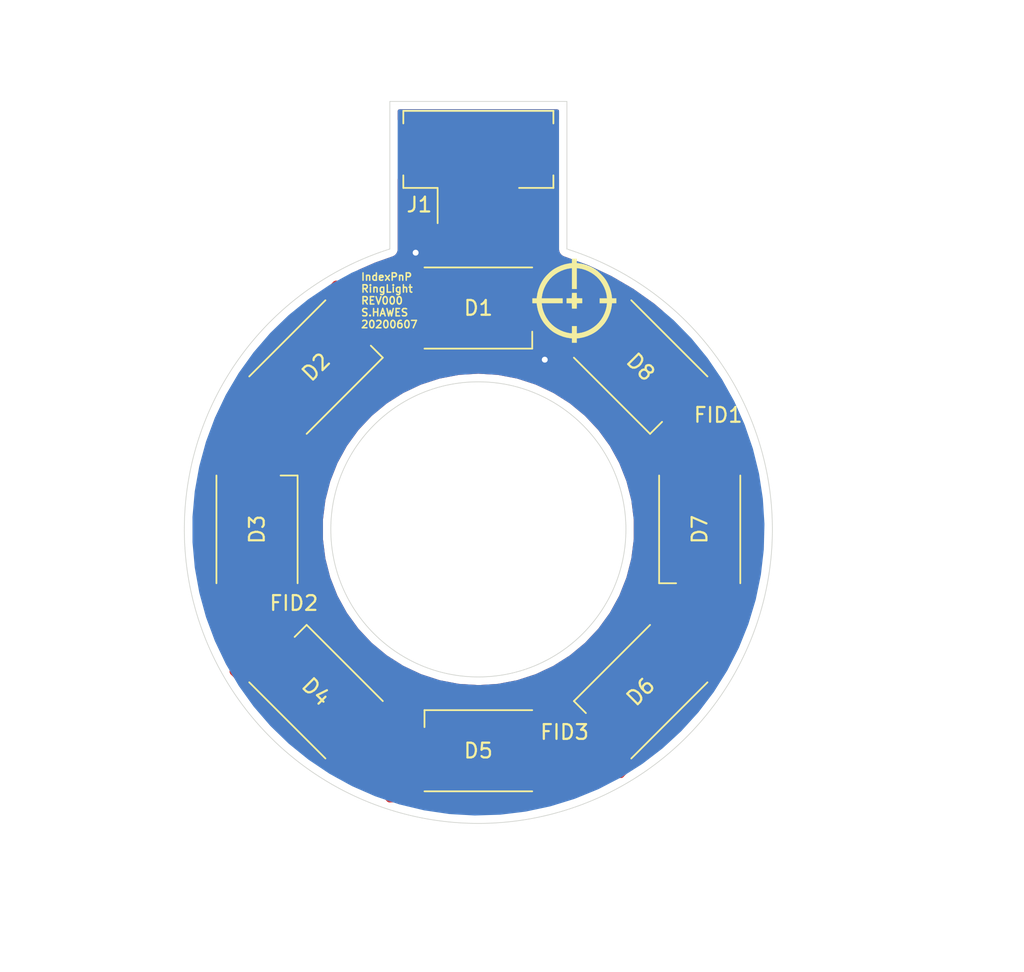
<source format=kicad_pcb>
(kicad_pcb (version 20171130) (host pcbnew 5.1.9-1.fc33)

  (general
    (thickness 1.6)
    (drawings 6)
    (tracks 45)
    (zones 0)
    (modules 13)
    (nets 12)
  )

  (page A4)
  (layers
    (0 F.Cu signal)
    (31 B.Cu signal)
    (32 B.Adhes user)
    (33 F.Adhes user)
    (34 B.Paste user)
    (35 F.Paste user)
    (36 B.SilkS user)
    (37 F.SilkS user)
    (38 B.Mask user)
    (39 F.Mask user)
    (40 Dwgs.User user)
    (41 Cmts.User user)
    (42 Eco1.User user)
    (43 Eco2.User user)
    (44 Edge.Cuts user)
    (45 Margin user)
    (46 B.CrtYd user)
    (47 F.CrtYd user)
    (48 B.Fab user)
    (49 F.Fab user)
  )

  (setup
    (last_trace_width 0.25)
    (user_trace_width 0.5)
    (trace_clearance 0.2)
    (zone_clearance 0.508)
    (zone_45_only no)
    (trace_min 0.2)
    (via_size 0.8)
    (via_drill 0.4)
    (via_min_size 0.4)
    (via_min_drill 0.3)
    (uvia_size 0.3)
    (uvia_drill 0.1)
    (uvias_allowed no)
    (uvia_min_size 0.2)
    (uvia_min_drill 0.1)
    (edge_width 0.05)
    (segment_width 0.2)
    (pcb_text_width 0.3)
    (pcb_text_size 1.5 1.5)
    (mod_edge_width 0.12)
    (mod_text_size 1 1)
    (mod_text_width 0.15)
    (pad_size 1.524 1.524)
    (pad_drill 0.762)
    (pad_to_mask_clearance 0.051)
    (solder_mask_min_width 0.25)
    (aux_axis_origin 0 0)
    (visible_elements FFFFFF7F)
    (pcbplotparams
      (layerselection 0x010fc_ffffffff)
      (usegerberextensions false)
      (usegerberattributes false)
      (usegerberadvancedattributes false)
      (creategerberjobfile false)
      (excludeedgelayer true)
      (linewidth 0.100000)
      (plotframeref false)
      (viasonmask false)
      (mode 1)
      (useauxorigin false)
      (hpglpennumber 1)
      (hpglpenspeed 20)
      (hpglpendiameter 15.000000)
      (psnegative false)
      (psa4output false)
      (plotreference true)
      (plotvalue true)
      (plotinvisibletext false)
      (padsonsilk false)
      (subtractmaskfromsilk false)
      (outputformat 1)
      (mirror false)
      (drillshape 0)
      (scaleselection 1)
      (outputdirectory "out/REV000/"))
  )

  (net 0 "")
  (net 1 "Net-(D1-Pad3)")
  (net 2 "Net-(D1-Pad4)")
  (net 3 "Net-(D1-Pad2)")
  (net 4 "Net-(D1-Pad1)")
  (net 5 "Net-(D2-Pad2)")
  (net 6 "Net-(D3-Pad2)")
  (net 7 "Net-(D4-Pad2)")
  (net 8 "Net-(D5-Pad2)")
  (net 9 "Net-(D6-Pad2)")
  (net 10 "Net-(D7-Pad2)")
  (net 11 "Net-(D8-Pad2)")

  (net_class Default "This is the default net class."
    (clearance 0.2)
    (trace_width 0.25)
    (via_dia 0.8)
    (via_drill 0.4)
    (uvia_dia 0.3)
    (uvia_drill 0.1)
    (add_net "Net-(D1-Pad1)")
    (add_net "Net-(D1-Pad2)")
    (add_net "Net-(D1-Pad3)")
    (add_net "Net-(D1-Pad4)")
    (add_net "Net-(D2-Pad2)")
    (add_net "Net-(D3-Pad2)")
    (add_net "Net-(D4-Pad2)")
    (add_net "Net-(D5-Pad2)")
    (add_net "Net-(D6-Pad2)")
    (add_net "Net-(D7-Pad2)")
    (add_net "Net-(D8-Pad2)")
  )

  (module Fiducial:Fiducial_0.5mm_Mask1mm (layer F.Cu) (tedit 5C18CB26) (tstamp 5FF0C3C8)
    (at 5.842 15.24)
    (descr "Circular Fiducial, 0.5mm bare copper, 1mm soldermask opening (Level C)")
    (tags fiducial)
    (path /5FF0EAB4)
    (attr smd)
    (fp_text reference FID3 (at 0 -1.5) (layer F.SilkS)
      (effects (font (size 1 1) (thickness 0.15)))
    )
    (fp_text value Fiducial (at 0 1.5) (layer F.Fab)
      (effects (font (size 1 1) (thickness 0.15)))
    )
    (fp_circle (center 0 0) (end 0.75 0) (layer F.CrtYd) (width 0.05))
    (fp_circle (center 0 0) (end 0.5 0) (layer F.Fab) (width 0.1))
    (fp_text user %R (at 0 0) (layer F.Fab)
      (effects (font (size 0.2 0.2) (thickness 0.04)))
    )
    (pad "" smd circle (at 0 0) (size 0.5 0.5) (layers F.Cu F.Mask)
      (solder_mask_margin 0.25) (clearance 0.25))
  )

  (module index:logo (layer F.Cu) (tedit 0) (tstamp 5EDE3459)
    (at 6.5 -15.5)
    (fp_text reference G*** (at 0 0) (layer F.SilkS) hide
      (effects (font (size 1.524 1.524) (thickness 0.3)))
    )
    (fp_text value LOGO (at 0.75 0) (layer F.SilkS) hide
      (effects (font (size 1.524 1.524) (thickness 0.3)))
    )
    (fp_poly (pts (xy 0.169333 -2.543898) (xy 0.263869 -2.534212) (xy 0.52296 -2.493539) (xy 0.77827 -2.424972)
      (xy 1.029979 -2.32846) (xy 1.150055 -2.27195) (xy 1.292674 -2.196349) (xy 1.419534 -2.118738)
      (xy 1.537813 -2.033871) (xy 1.654691 -1.936508) (xy 1.777345 -1.821403) (xy 1.806554 -1.792443)
      (xy 1.926386 -1.667492) (xy 2.027294 -1.549938) (xy 2.114522 -1.432602) (xy 2.193312 -1.308306)
      (xy 2.268909 -1.16987) (xy 2.286061 -1.135945) (xy 2.396061 -0.885908) (xy 2.478089 -0.632356)
      (xy 2.532199 -0.375109) (xy 2.548323 -0.249759) (xy 2.558008 -0.155222) (xy 2.850444 -0.155222)
      (xy 2.850444 0.169333) (xy 2.557399 0.169333) (xy 2.547535 0.264583) (xy 2.507659 0.521009)
      (xy 2.441477 0.771033) (xy 2.348236 1.017208) (xy 2.286061 1.150055) (xy 2.21046 1.292674)
      (xy 2.132848 1.419534) (xy 2.047982 1.537813) (xy 1.950619 1.654691) (xy 1.835514 1.777345)
      (xy 1.806554 1.806554) (xy 1.681603 1.926386) (xy 1.564049 2.027294) (xy 1.446713 2.114522)
      (xy 1.322416 2.193312) (xy 1.18398 2.268909) (xy 1.150055 2.286061) (xy 0.900019 2.396061)
      (xy 0.646466 2.478089) (xy 0.38922 2.532199) (xy 0.263869 2.548323) (xy 0.169333 2.558008)
      (xy 0.169333 2.850444) (xy -0.155222 2.850444) (xy -0.155222 2.558008) (xy -0.249759 2.548323)
      (xy -0.508849 2.507649) (xy -0.76416 2.439083) (xy -1.015868 2.34257) (xy -1.135945 2.286061)
      (xy -1.278563 2.21046) (xy -1.405423 2.132848) (xy -1.523702 2.047982) (xy -1.64058 1.950619)
      (xy -1.763235 1.835514) (xy -1.792443 1.806554) (xy -1.912275 1.681603) (xy -2.013183 1.564049)
      (xy -2.100411 1.446713) (xy -2.179202 1.322416) (xy -2.254798 1.18398) (xy -2.27195 1.150055)
      (xy -2.38195 0.900019) (xy -2.463979 0.646466) (xy -2.518088 0.38922) (xy -2.534212 0.263869)
      (xy -2.543898 0.169333) (xy -2.836333 0.169333) (xy -2.836333 -0.155222) (xy -2.543898 -0.155222)
      (xy -2.205231 -0.155222) (xy -0.790222 -0.155222) (xy -0.790222 0.169333) (xy -2.205231 0.169333)
      (xy -2.195524 0.264583) (xy -2.159639 0.484313) (xy -2.097594 0.704567) (xy -2.011111 0.921475)
      (xy -1.901907 1.131165) (xy -1.771704 1.329766) (xy -1.659801 1.470858) (xy -1.506596 1.628821)
      (xy -1.33195 1.773377) (xy -1.140543 1.901804) (xy -0.937055 2.011383) (xy -0.726165 2.09939)
      (xy -0.512554 2.163106) (xy -0.443468 2.178102) (xy -0.370237 2.192329) (xy -0.31788 2.201925)
      (xy -0.27962 2.20791) (xy -0.248682 2.211303) (xy -0.218287 2.213125) (xy -0.208139 2.213523)
      (xy -0.155222 2.215444) (xy -0.155222 1.721555) (xy 0.169333 1.721555) (xy 0.169333 2.219342)
      (xy 0.264583 2.209635) (xy 0.483298 2.173883) (xy 0.70209 2.112335) (xy 0.916909 2.027114)
      (xy 1.123706 1.920343) (xy 1.318431 1.794146) (xy 1.497033 1.650645) (xy 1.655463 1.491964)
      (xy 1.673912 1.470858) (xy 1.818922 1.28327) (xy 1.944237 1.081651) (xy 2.048139 0.869873)
      (xy 2.128907 0.651808) (xy 2.184824 0.431326) (xy 2.209635 0.264583) (xy 2.219342 0.169333)
      (xy 1.721555 0.169333) (xy 1.721555 -0.155222) (xy 2.219342 -0.155222) (xy 2.209635 -0.250472)
      (xy 2.173749 -0.470202) (xy 2.111705 -0.690456) (xy 2.025222 -0.907364) (xy 1.916018 -1.117054)
      (xy 1.785814 -1.315655) (xy 1.673912 -1.456747) (xy 1.518331 -1.617203) (xy 1.342063 -1.762747)
      (xy 1.149159 -1.891257) (xy 0.943669 -2.000609) (xy 0.729643 -2.088681) (xy 0.511131 -2.153349)
      (xy 0.292182 -2.192491) (xy 0.264583 -2.195524) (xy 0.169333 -2.205231) (xy 0.169333 -0.790222)
      (xy -0.155222 -0.790222) (xy -0.155222 -2.205231) (xy -0.250472 -2.195524) (xy -0.469187 -2.159772)
      (xy -0.687979 -2.098224) (xy -0.902798 -2.013003) (xy -1.109595 -1.906233) (xy -1.30432 -1.780035)
      (xy -1.482922 -1.636534) (xy -1.641352 -1.477853) (xy -1.659801 -1.456747) (xy -1.804811 -1.269159)
      (xy -1.930126 -1.06754) (xy -2.034028 -0.855762) (xy -2.114796 -0.637697) (xy -2.170713 -0.417216)
      (xy -2.195524 -0.250472) (xy -2.205231 -0.155222) (xy -2.543898 -0.155222) (xy -2.534212 -0.249759)
      (xy -2.493539 -0.508849) (xy -2.424972 -0.76416) (xy -2.32846 -1.015868) (xy -2.27195 -1.135945)
      (xy -2.196349 -1.278563) (xy -2.118738 -1.405423) (xy -2.033871 -1.523702) (xy -1.936508 -1.64058)
      (xy -1.821403 -1.763235) (xy -1.792443 -1.792443) (xy -1.667492 -1.912275) (xy -1.549938 -2.013183)
      (xy -1.432602 -2.100411) (xy -1.308306 -2.179202) (xy -1.16987 -2.254798) (xy -1.135945 -2.27195)
      (xy -0.885908 -2.38195) (xy -0.632356 -2.463979) (xy -0.375109 -2.518088) (xy -0.249759 -2.534212)
      (xy -0.155222 -2.543898) (xy -0.155222 -2.836333) (xy 0.169333 -2.836333) (xy 0.169333 -2.543898)) (layer F.SilkS) (width 0.01))
    (fp_poly (pts (xy 0.172439 -0.342195) (xy 0.176389 -0.162278) (xy 0.356305 -0.158329) (xy 0.536222 -0.154379)
      (xy 0.536222 0.16849) (xy 0.356305 0.172439) (xy 0.176389 0.176389) (xy 0.172439 0.356305)
      (xy 0.16849 0.536222) (xy -0.154379 0.536222) (xy -0.158329 0.356305) (xy -0.162278 0.176389)
      (xy -0.342195 0.172439) (xy -0.522111 0.16849) (xy -0.522111 -0.154379) (xy -0.342195 -0.158329)
      (xy -0.162278 -0.162278) (xy -0.158329 -0.342195) (xy -0.154379 -0.522111) (xy 0.16849 -0.522111)
      (xy 0.172439 -0.342195)) (layer F.SilkS) (width 0.01))
  )

  (module Fiducial:Fiducial_0.5mm_Mask1mm (layer F.Cu) (tedit 5C18CB26) (tstamp 5EDE2F8C)
    (at -15 6.25)
    (descr "Circular Fiducial, 0.5mm bare copper, 1mm soldermask opening (Level C)")
    (tags fiducial)
    (path /5FF0E50A)
    (attr smd)
    (fp_text reference FID2 (at 2.5 -1.25) (layer F.SilkS)
      (effects (font (size 1 1) (thickness 0.15)))
    )
    (fp_text value Fiducial (at 0 1.5) (layer F.Fab)
      (effects (font (size 1 1) (thickness 0.15)))
    )
    (fp_text user %R (at 0 0) (layer F.Fab)
      (effects (font (size 0.2 0.2) (thickness 0.04)))
    )
    (fp_circle (center 0 0) (end 0.5 0) (layer F.Fab) (width 0.1))
    (fp_circle (center 0 0) (end 0.75 0) (layer F.CrtYd) (width 0.05))
    (pad "" smd circle (at 0 0) (size 0.5 0.5) (layers F.Cu F.Mask)
      (solder_mask_margin 0.25) (clearance 0.25))
  )

  (module Fiducial:Fiducial_0.5mm_Mask1mm (layer F.Cu) (tedit 5C18CB26) (tstamp 5EDE2F8B)
    (at 15 -6)
    (descr "Circular Fiducial, 0.5mm bare copper, 1mm soldermask opening (Level C)")
    (tags fiducial)
    (path /5FF0D105)
    (attr smd)
    (fp_text reference FID1 (at 1.25 -1.75) (layer F.SilkS)
      (effects (font (size 1 1) (thickness 0.15)))
    )
    (fp_text value Fiducial (at 0 1.5) (layer F.Fab)
      (effects (font (size 1 1) (thickness 0.15)))
    )
    (fp_text user %R (at 0 0) (layer F.Fab)
      (effects (font (size 0.2 0.2) (thickness 0.04)))
    )
    (fp_circle (center 0 0) (end 0.75 0) (layer F.CrtYd) (width 0.05))
    (fp_circle (center 0 0) (end 0.5 0) (layer F.Fab) (width 0.1))
    (pad "" smd circle (at 0 0) (size 0.5 0.5) (layers F.Cu F.Mask)
      (solder_mask_margin 0.25) (clearance 0.25))
  )

  (module LED_SMD:LED_WS2812B_PLCC4_5.0x5.0mm_P3.2mm (layer F.Cu) (tedit 5AA4B285) (tstamp 5EDE13CE)
    (at 0 -15)
    (descr https://cdn-shop.adafruit.com/datasheets/WS2812B.pdf)
    (tags "LED RGB NeoPixel")
    (path /5EDD877A)
    (attr smd)
    (fp_text reference D1 (at 0 0) (layer F.SilkS)
      (effects (font (size 1 1) (thickness 0.15)))
    )
    (fp_text value WS2812B (at 0 4) (layer F.Fab)
      (effects (font (size 1 1) (thickness 0.15)))
    )
    (fp_circle (center 0 0) (end 0 -2) (layer F.Fab) (width 0.1))
    (fp_line (start 3.65 2.75) (end 3.65 1.6) (layer F.SilkS) (width 0.12))
    (fp_line (start -3.65 2.75) (end 3.65 2.75) (layer F.SilkS) (width 0.12))
    (fp_line (start -3.65 -2.75) (end 3.65 -2.75) (layer F.SilkS) (width 0.12))
    (fp_line (start 2.5 -2.5) (end -2.5 -2.5) (layer F.Fab) (width 0.1))
    (fp_line (start 2.5 2.5) (end 2.5 -2.5) (layer F.Fab) (width 0.1))
    (fp_line (start -2.5 2.5) (end 2.5 2.5) (layer F.Fab) (width 0.1))
    (fp_line (start -2.5 -2.5) (end -2.5 2.5) (layer F.Fab) (width 0.1))
    (fp_line (start 2.5 1.5) (end 1.5 2.5) (layer F.Fab) (width 0.1))
    (fp_line (start -3.45 -2.75) (end -3.45 2.75) (layer F.CrtYd) (width 0.05))
    (fp_line (start -3.45 2.75) (end 3.45 2.75) (layer F.CrtYd) (width 0.05))
    (fp_line (start 3.45 2.75) (end 3.45 -2.75) (layer F.CrtYd) (width 0.05))
    (fp_line (start 3.45 -2.75) (end -3.45 -2.75) (layer F.CrtYd) (width 0.05))
    (fp_text user 1 (at -4.15 -1.6) (layer F.SilkS) hide
      (effects (font (size 1 1) (thickness 0.15)))
    )
    (fp_text user %R (at 0 0) (layer F.Fab)
      (effects (font (size 0.8 0.8) (thickness 0.15)))
    )
    (pad 3 smd rect (at 2.45 1.6) (size 1.5 1) (layers F.Cu F.Paste F.Mask)
      (net 1 "Net-(D1-Pad3)"))
    (pad 4 smd rect (at 2.45 -1.6) (size 1.5 1) (layers F.Cu F.Paste F.Mask)
      (net 2 "Net-(D1-Pad4)"))
    (pad 2 smd rect (at -2.45 1.6) (size 1.5 1) (layers F.Cu F.Paste F.Mask)
      (net 3 "Net-(D1-Pad2)"))
    (pad 1 smd rect (at -2.45 -1.6) (size 1.5 1) (layers F.Cu F.Paste F.Mask)
      (net 4 "Net-(D1-Pad1)"))
    (model ${KISYS3DMOD}/LED_SMD.3dshapes/LED_WS2812B_PLCC4_5.0x5.0mm_P3.2mm.wrl
      (at (xyz 0 0 0))
      (scale (xyz 1 1 1))
      (rotate (xyz 0 0 0))
    )
  )

  (module LED_SMD:LED_WS2812B_PLCC4_5.0x5.0mm_P3.2mm (layer F.Cu) (tedit 5AA4B285) (tstamp 5EDE13E5)
    (at -11 -11 45)
    (descr https://cdn-shop.adafruit.com/datasheets/WS2812B.pdf)
    (tags "LED RGB NeoPixel")
    (path /5EDDA15E)
    (attr smd)
    (fp_text reference D2 (at 0 0 45) (layer F.SilkS)
      (effects (font (size 1 1) (thickness 0.15)))
    )
    (fp_text value WS2812B (at 0 4 45) (layer F.Fab)
      (effects (font (size 1 1) (thickness 0.15)))
    )
    (fp_line (start 3.45 -2.75) (end -3.45 -2.75) (layer F.CrtYd) (width 0.05))
    (fp_line (start 3.45 2.75) (end 3.45 -2.75) (layer F.CrtYd) (width 0.05))
    (fp_line (start -3.45 2.75) (end 3.45 2.75) (layer F.CrtYd) (width 0.05))
    (fp_line (start -3.45 -2.75) (end -3.45 2.75) (layer F.CrtYd) (width 0.05))
    (fp_line (start 2.5 1.5) (end 1.5 2.5) (layer F.Fab) (width 0.1))
    (fp_line (start -2.5 -2.5) (end -2.5 2.5) (layer F.Fab) (width 0.1))
    (fp_line (start -2.5 2.5) (end 2.5 2.5) (layer F.Fab) (width 0.1))
    (fp_line (start 2.5 2.5) (end 2.5 -2.5) (layer F.Fab) (width 0.1))
    (fp_line (start 2.5 -2.5) (end -2.5 -2.5) (layer F.Fab) (width 0.1))
    (fp_line (start -3.65 -2.75) (end 3.65 -2.75) (layer F.SilkS) (width 0.12))
    (fp_line (start -3.65 2.75) (end 3.65 2.75) (layer F.SilkS) (width 0.12))
    (fp_line (start 3.65 2.75) (end 3.65 1.6) (layer F.SilkS) (width 0.12))
    (fp_circle (center 0 0) (end 0 -2) (layer F.Fab) (width 0.1))
    (fp_text user %R (at 0 0 45) (layer F.Fab)
      (effects (font (size 0.8 0.8) (thickness 0.15)))
    )
    (fp_text user 1 (at -4.15 -1.6 45) (layer F.SilkS) hide
      (effects (font (size 1 1) (thickness 0.15)))
    )
    (pad 1 smd rect (at -2.45 -1.6 45) (size 1.5 1) (layers F.Cu F.Paste F.Mask)
      (net 4 "Net-(D1-Pad1)"))
    (pad 2 smd rect (at -2.45 1.6 45) (size 1.5 1) (layers F.Cu F.Paste F.Mask)
      (net 5 "Net-(D2-Pad2)"))
    (pad 4 smd rect (at 2.45 -1.6 45) (size 1.5 1) (layers F.Cu F.Paste F.Mask)
      (net 3 "Net-(D1-Pad2)"))
    (pad 3 smd rect (at 2.45 1.6 45) (size 1.5 1) (layers F.Cu F.Paste F.Mask)
      (net 1 "Net-(D1-Pad3)"))
    (model ${KISYS3DMOD}/LED_SMD.3dshapes/LED_WS2812B_PLCC4_5.0x5.0mm_P3.2mm.wrl
      (at (xyz 0 0 0))
      (scale (xyz 1 1 1))
      (rotate (xyz 0 0 0))
    )
  )

  (module LED_SMD:LED_WS2812B_PLCC4_5.0x5.0mm_P3.2mm (layer F.Cu) (tedit 5AA4B285) (tstamp 5EDE13FC)
    (at -15 0 90)
    (descr https://cdn-shop.adafruit.com/datasheets/WS2812B.pdf)
    (tags "LED RGB NeoPixel")
    (path /5EDDB527)
    (attr smd)
    (fp_text reference D3 (at 0 0 90) (layer F.SilkS)
      (effects (font (size 1 1) (thickness 0.15)))
    )
    (fp_text value WS2812B (at 0 4 90) (layer F.Fab)
      (effects (font (size 1 1) (thickness 0.15)))
    )
    (fp_circle (center 0 0) (end 0 -2) (layer F.Fab) (width 0.1))
    (fp_line (start 3.65 2.75) (end 3.65 1.6) (layer F.SilkS) (width 0.12))
    (fp_line (start -3.65 2.75) (end 3.65 2.75) (layer F.SilkS) (width 0.12))
    (fp_line (start -3.65 -2.75) (end 3.65 -2.75) (layer F.SilkS) (width 0.12))
    (fp_line (start 2.5 -2.5) (end -2.5 -2.5) (layer F.Fab) (width 0.1))
    (fp_line (start 2.5 2.5) (end 2.5 -2.5) (layer F.Fab) (width 0.1))
    (fp_line (start -2.5 2.5) (end 2.5 2.5) (layer F.Fab) (width 0.1))
    (fp_line (start -2.5 -2.5) (end -2.5 2.5) (layer F.Fab) (width 0.1))
    (fp_line (start 2.5 1.5) (end 1.5 2.5) (layer F.Fab) (width 0.1))
    (fp_line (start -3.45 -2.75) (end -3.45 2.75) (layer F.CrtYd) (width 0.05))
    (fp_line (start -3.45 2.75) (end 3.45 2.75) (layer F.CrtYd) (width 0.05))
    (fp_line (start 3.45 2.75) (end 3.45 -2.75) (layer F.CrtYd) (width 0.05))
    (fp_line (start 3.45 -2.75) (end -3.45 -2.75) (layer F.CrtYd) (width 0.05))
    (fp_text user 1 (at -4.15 -1.6 90) (layer F.SilkS) hide
      (effects (font (size 1 1) (thickness 0.15)))
    )
    (fp_text user %R (at 0 0 90) (layer F.Fab)
      (effects (font (size 0.8 0.8) (thickness 0.15)))
    )
    (pad 3 smd rect (at 2.45 1.6 90) (size 1.5 1) (layers F.Cu F.Paste F.Mask)
      (net 1 "Net-(D1-Pad3)"))
    (pad 4 smd rect (at 2.45 -1.6 90) (size 1.5 1) (layers F.Cu F.Paste F.Mask)
      (net 5 "Net-(D2-Pad2)"))
    (pad 2 smd rect (at -2.45 1.6 90) (size 1.5 1) (layers F.Cu F.Paste F.Mask)
      (net 6 "Net-(D3-Pad2)"))
    (pad 1 smd rect (at -2.45 -1.6 90) (size 1.5 1) (layers F.Cu F.Paste F.Mask)
      (net 4 "Net-(D1-Pad1)"))
    (model ${KISYS3DMOD}/LED_SMD.3dshapes/LED_WS2812B_PLCC4_5.0x5.0mm_P3.2mm.wrl
      (at (xyz 0 0 0))
      (scale (xyz 1 1 1))
      (rotate (xyz 0 0 0))
    )
  )

  (module LED_SMD:LED_WS2812B_PLCC4_5.0x5.0mm_P3.2mm (layer F.Cu) (tedit 5AA4B285) (tstamp 5EDE1413)
    (at -11 11 135)
    (descr https://cdn-shop.adafruit.com/datasheets/WS2812B.pdf)
    (tags "LED RGB NeoPixel")
    (path /5EDDBAAF)
    (attr smd)
    (fp_text reference D4 (at 0 0 135) (layer F.SilkS)
      (effects (font (size 1 1) (thickness 0.15)))
    )
    (fp_text value WS2812B (at 0 4 135) (layer F.Fab)
      (effects (font (size 1 1) (thickness 0.15)))
    )
    (fp_line (start 3.45 -2.75) (end -3.45 -2.75) (layer F.CrtYd) (width 0.05))
    (fp_line (start 3.45 2.75) (end 3.45 -2.75) (layer F.CrtYd) (width 0.05))
    (fp_line (start -3.45 2.75) (end 3.45 2.75) (layer F.CrtYd) (width 0.05))
    (fp_line (start -3.45 -2.75) (end -3.45 2.75) (layer F.CrtYd) (width 0.05))
    (fp_line (start 2.5 1.5) (end 1.5 2.5) (layer F.Fab) (width 0.1))
    (fp_line (start -2.5 -2.5) (end -2.5 2.5) (layer F.Fab) (width 0.1))
    (fp_line (start -2.5 2.5) (end 2.5 2.5) (layer F.Fab) (width 0.1))
    (fp_line (start 2.5 2.5) (end 2.5 -2.5) (layer F.Fab) (width 0.1))
    (fp_line (start 2.5 -2.5) (end -2.5 -2.5) (layer F.Fab) (width 0.1))
    (fp_line (start -3.65 -2.75) (end 3.65 -2.75) (layer F.SilkS) (width 0.12))
    (fp_line (start -3.65 2.75) (end 3.65 2.75) (layer F.SilkS) (width 0.12))
    (fp_line (start 3.65 2.75) (end 3.65 1.6) (layer F.SilkS) (width 0.12))
    (fp_circle (center 0 0) (end 0 -2) (layer F.Fab) (width 0.1))
    (fp_text user %R (at 0 0 135) (layer F.Fab)
      (effects (font (size 0.8 0.8) (thickness 0.15)))
    )
    (fp_text user 1 (at -4.15 -1.6 135) (layer F.SilkS) hide
      (effects (font (size 1 1) (thickness 0.15)))
    )
    (pad 1 smd rect (at -2.45 -1.6 135) (size 1.5 1) (layers F.Cu F.Paste F.Mask)
      (net 4 "Net-(D1-Pad1)"))
    (pad 2 smd rect (at -2.45 1.6 135) (size 1.5 1) (layers F.Cu F.Paste F.Mask)
      (net 7 "Net-(D4-Pad2)"))
    (pad 4 smd rect (at 2.45 -1.6 135) (size 1.5 1) (layers F.Cu F.Paste F.Mask)
      (net 6 "Net-(D3-Pad2)"))
    (pad 3 smd rect (at 2.45 1.6 135) (size 1.5 1) (layers F.Cu F.Paste F.Mask)
      (net 1 "Net-(D1-Pad3)"))
    (model ${KISYS3DMOD}/LED_SMD.3dshapes/LED_WS2812B_PLCC4_5.0x5.0mm_P3.2mm.wrl
      (at (xyz 0 0 0))
      (scale (xyz 1 1 1))
      (rotate (xyz 0 0 0))
    )
  )

  (module LED_SMD:LED_WS2812B_PLCC4_5.0x5.0mm_P3.2mm (layer F.Cu) (tedit 5AA4B285) (tstamp 5EDE142A)
    (at 0 15 180)
    (descr https://cdn-shop.adafruit.com/datasheets/WS2812B.pdf)
    (tags "LED RGB NeoPixel")
    (path /5EDDF604)
    (attr smd)
    (fp_text reference D5 (at 0 0) (layer F.SilkS)
      (effects (font (size 1 1) (thickness 0.15)))
    )
    (fp_text value WS2812B (at 0 4) (layer F.Fab)
      (effects (font (size 1 1) (thickness 0.15)))
    )
    (fp_circle (center 0 0) (end 0 -2) (layer F.Fab) (width 0.1))
    (fp_line (start 3.65 2.75) (end 3.65 1.6) (layer F.SilkS) (width 0.12))
    (fp_line (start -3.65 2.75) (end 3.65 2.75) (layer F.SilkS) (width 0.12))
    (fp_line (start -3.65 -2.75) (end 3.65 -2.75) (layer F.SilkS) (width 0.12))
    (fp_line (start 2.5 -2.5) (end -2.5 -2.5) (layer F.Fab) (width 0.1))
    (fp_line (start 2.5 2.5) (end 2.5 -2.5) (layer F.Fab) (width 0.1))
    (fp_line (start -2.5 2.5) (end 2.5 2.5) (layer F.Fab) (width 0.1))
    (fp_line (start -2.5 -2.5) (end -2.5 2.5) (layer F.Fab) (width 0.1))
    (fp_line (start 2.5 1.5) (end 1.5 2.5) (layer F.Fab) (width 0.1))
    (fp_line (start -3.45 -2.75) (end -3.45 2.75) (layer F.CrtYd) (width 0.05))
    (fp_line (start -3.45 2.75) (end 3.45 2.75) (layer F.CrtYd) (width 0.05))
    (fp_line (start 3.45 2.75) (end 3.45 -2.75) (layer F.CrtYd) (width 0.05))
    (fp_line (start 3.45 -2.75) (end -3.45 -2.75) (layer F.CrtYd) (width 0.05))
    (fp_text user 1 (at -4.15 -1.6) (layer F.SilkS) hide
      (effects (font (size 1 1) (thickness 0.15)))
    )
    (fp_text user %R (at 0 0) (layer F.Fab)
      (effects (font (size 0.8 0.8) (thickness 0.15)))
    )
    (pad 3 smd rect (at 2.45 1.6 180) (size 1.5 1) (layers F.Cu F.Paste F.Mask)
      (net 1 "Net-(D1-Pad3)"))
    (pad 4 smd rect (at 2.45 -1.6 180) (size 1.5 1) (layers F.Cu F.Paste F.Mask)
      (net 7 "Net-(D4-Pad2)"))
    (pad 2 smd rect (at -2.45 1.6 180) (size 1.5 1) (layers F.Cu F.Paste F.Mask)
      (net 8 "Net-(D5-Pad2)"))
    (pad 1 smd rect (at -2.45 -1.6 180) (size 1.5 1) (layers F.Cu F.Paste F.Mask)
      (net 4 "Net-(D1-Pad1)"))
    (model ${KISYS3DMOD}/LED_SMD.3dshapes/LED_WS2812B_PLCC4_5.0x5.0mm_P3.2mm.wrl
      (at (xyz 0 0 0))
      (scale (xyz 1 1 1))
      (rotate (xyz 0 0 0))
    )
  )

  (module LED_SMD:LED_WS2812B_PLCC4_5.0x5.0mm_P3.2mm (layer F.Cu) (tedit 5AA4B285) (tstamp 5EDE1441)
    (at 11 11 225)
    (descr https://cdn-shop.adafruit.com/datasheets/WS2812B.pdf)
    (tags "LED RGB NeoPixel")
    (path /5EDDF60E)
    (attr smd)
    (fp_text reference D6 (at 0 0 45) (layer F.SilkS)
      (effects (font (size 1 1) (thickness 0.15)))
    )
    (fp_text value WS2812B (at 0 4 45) (layer F.Fab)
      (effects (font (size 1 1) (thickness 0.15)))
    )
    (fp_line (start 3.45 -2.75) (end -3.45 -2.75) (layer F.CrtYd) (width 0.05))
    (fp_line (start 3.45 2.75) (end 3.45 -2.75) (layer F.CrtYd) (width 0.05))
    (fp_line (start -3.45 2.75) (end 3.45 2.75) (layer F.CrtYd) (width 0.05))
    (fp_line (start -3.45 -2.75) (end -3.45 2.75) (layer F.CrtYd) (width 0.05))
    (fp_line (start 2.5 1.5) (end 1.5 2.5) (layer F.Fab) (width 0.1))
    (fp_line (start -2.5 -2.5) (end -2.5 2.5) (layer F.Fab) (width 0.1))
    (fp_line (start -2.5 2.5) (end 2.5 2.5) (layer F.Fab) (width 0.1))
    (fp_line (start 2.5 2.5) (end 2.5 -2.5) (layer F.Fab) (width 0.1))
    (fp_line (start 2.5 -2.5) (end -2.5 -2.5) (layer F.Fab) (width 0.1))
    (fp_line (start -3.65 -2.75) (end 3.65 -2.75) (layer F.SilkS) (width 0.12))
    (fp_line (start -3.65 2.75) (end 3.65 2.75) (layer F.SilkS) (width 0.12))
    (fp_line (start 3.65 2.75) (end 3.65 1.6) (layer F.SilkS) (width 0.12))
    (fp_circle (center 0 0) (end 0 -2) (layer F.Fab) (width 0.1))
    (fp_text user %R (at 0 0 45) (layer F.Fab)
      (effects (font (size 0.8 0.8) (thickness 0.15)))
    )
    (fp_text user 1 (at -4.15 -1.6 45) (layer F.SilkS) hide
      (effects (font (size 1 1) (thickness 0.15)))
    )
    (pad 1 smd rect (at -2.45 -1.6 225) (size 1.5 1) (layers F.Cu F.Paste F.Mask)
      (net 4 "Net-(D1-Pad1)"))
    (pad 2 smd rect (at -2.45 1.6 225) (size 1.5 1) (layers F.Cu F.Paste F.Mask)
      (net 9 "Net-(D6-Pad2)"))
    (pad 4 smd rect (at 2.45 -1.6 225) (size 1.5 1) (layers F.Cu F.Paste F.Mask)
      (net 8 "Net-(D5-Pad2)"))
    (pad 3 smd rect (at 2.45 1.6 225) (size 1.5 1) (layers F.Cu F.Paste F.Mask)
      (net 1 "Net-(D1-Pad3)"))
    (model ${KISYS3DMOD}/LED_SMD.3dshapes/LED_WS2812B_PLCC4_5.0x5.0mm_P3.2mm.wrl
      (at (xyz 0 0 0))
      (scale (xyz 1 1 1))
      (rotate (xyz 0 0 0))
    )
  )

  (module LED_SMD:LED_WS2812B_PLCC4_5.0x5.0mm_P3.2mm (layer F.Cu) (tedit 5AA4B285) (tstamp 5EDE1458)
    (at 15 0 270)
    (descr https://cdn-shop.adafruit.com/datasheets/WS2812B.pdf)
    (tags "LED RGB NeoPixel")
    (path /5EDDF618)
    (attr smd)
    (fp_text reference D7 (at 0 0 90) (layer F.SilkS)
      (effects (font (size 1 1) (thickness 0.15)))
    )
    (fp_text value WS2812B (at 0 4 90) (layer F.Fab)
      (effects (font (size 1 1) (thickness 0.15)))
    )
    (fp_circle (center 0 0) (end 0 -2) (layer F.Fab) (width 0.1))
    (fp_line (start 3.65 2.75) (end 3.65 1.6) (layer F.SilkS) (width 0.12))
    (fp_line (start -3.65 2.75) (end 3.65 2.75) (layer F.SilkS) (width 0.12))
    (fp_line (start -3.65 -2.75) (end 3.65 -2.75) (layer F.SilkS) (width 0.12))
    (fp_line (start 2.5 -2.5) (end -2.5 -2.5) (layer F.Fab) (width 0.1))
    (fp_line (start 2.5 2.5) (end 2.5 -2.5) (layer F.Fab) (width 0.1))
    (fp_line (start -2.5 2.5) (end 2.5 2.5) (layer F.Fab) (width 0.1))
    (fp_line (start -2.5 -2.5) (end -2.5 2.5) (layer F.Fab) (width 0.1))
    (fp_line (start 2.5 1.5) (end 1.5 2.5) (layer F.Fab) (width 0.1))
    (fp_line (start -3.45 -2.75) (end -3.45 2.75) (layer F.CrtYd) (width 0.05))
    (fp_line (start -3.45 2.75) (end 3.45 2.75) (layer F.CrtYd) (width 0.05))
    (fp_line (start 3.45 2.75) (end 3.45 -2.75) (layer F.CrtYd) (width 0.05))
    (fp_line (start 3.45 -2.75) (end -3.45 -2.75) (layer F.CrtYd) (width 0.05))
    (fp_text user 1 (at -4.15 -1.6 90) (layer F.SilkS) hide
      (effects (font (size 1 1) (thickness 0.15)))
    )
    (fp_text user %R (at 0 0 90) (layer F.Fab)
      (effects (font (size 0.8 0.8) (thickness 0.15)))
    )
    (pad 3 smd rect (at 2.45 1.6 270) (size 1.5 1) (layers F.Cu F.Paste F.Mask)
      (net 1 "Net-(D1-Pad3)"))
    (pad 4 smd rect (at 2.45 -1.6 270) (size 1.5 1) (layers F.Cu F.Paste F.Mask)
      (net 9 "Net-(D6-Pad2)"))
    (pad 2 smd rect (at -2.45 1.6 270) (size 1.5 1) (layers F.Cu F.Paste F.Mask)
      (net 10 "Net-(D7-Pad2)"))
    (pad 1 smd rect (at -2.45 -1.6 270) (size 1.5 1) (layers F.Cu F.Paste F.Mask)
      (net 4 "Net-(D1-Pad1)"))
    (model ${KISYS3DMOD}/LED_SMD.3dshapes/LED_WS2812B_PLCC4_5.0x5.0mm_P3.2mm.wrl
      (at (xyz 0 0 0))
      (scale (xyz 1 1 1))
      (rotate (xyz 0 0 0))
    )
  )

  (module LED_SMD:LED_WS2812B_PLCC4_5.0x5.0mm_P3.2mm (layer F.Cu) (tedit 5AA4B285) (tstamp 5EDE146F)
    (at 11 -11 315)
    (descr https://cdn-shop.adafruit.com/datasheets/WS2812B.pdf)
    (tags "LED RGB NeoPixel")
    (path /5EDDF622)
    (attr smd)
    (fp_text reference D8 (at 0 0 135) (layer F.SilkS)
      (effects (font (size 1 1) (thickness 0.15)))
    )
    (fp_text value WS2812B (at 0 4 135) (layer F.Fab)
      (effects (font (size 1 1) (thickness 0.15)))
    )
    (fp_line (start 3.45 -2.75) (end -3.45 -2.75) (layer F.CrtYd) (width 0.05))
    (fp_line (start 3.45 2.75) (end 3.45 -2.75) (layer F.CrtYd) (width 0.05))
    (fp_line (start -3.45 2.75) (end 3.45 2.75) (layer F.CrtYd) (width 0.05))
    (fp_line (start -3.45 -2.75) (end -3.45 2.75) (layer F.CrtYd) (width 0.05))
    (fp_line (start 2.5 1.5) (end 1.5 2.5) (layer F.Fab) (width 0.1))
    (fp_line (start -2.5 -2.5) (end -2.5 2.5) (layer F.Fab) (width 0.1))
    (fp_line (start -2.5 2.5) (end 2.5 2.5) (layer F.Fab) (width 0.1))
    (fp_line (start 2.5 2.5) (end 2.5 -2.5) (layer F.Fab) (width 0.1))
    (fp_line (start 2.5 -2.5) (end -2.5 -2.5) (layer F.Fab) (width 0.1))
    (fp_line (start -3.65 -2.75) (end 3.65 -2.75) (layer F.SilkS) (width 0.12))
    (fp_line (start -3.65 2.75) (end 3.65 2.75) (layer F.SilkS) (width 0.12))
    (fp_line (start 3.65 2.75) (end 3.65 1.6) (layer F.SilkS) (width 0.12))
    (fp_circle (center 0 0) (end 0 -2) (layer F.Fab) (width 0.1))
    (fp_text user %R (at 0 0 135) (layer F.Fab)
      (effects (font (size 0.8 0.8) (thickness 0.15)))
    )
    (fp_text user 1 (at -4.15 -1.6 135) (layer F.SilkS) hide
      (effects (font (size 1 1) (thickness 0.15)))
    )
    (pad 1 smd rect (at -2.45 -1.6 315) (size 1.5 1) (layers F.Cu F.Paste F.Mask)
      (net 4 "Net-(D1-Pad1)"))
    (pad 2 smd rect (at -2.45 1.6 315) (size 1.5 1) (layers F.Cu F.Paste F.Mask)
      (net 11 "Net-(D8-Pad2)"))
    (pad 4 smd rect (at 2.45 -1.6 315) (size 1.5 1) (layers F.Cu F.Paste F.Mask)
      (net 10 "Net-(D7-Pad2)"))
    (pad 3 smd rect (at 2.45 1.6 315) (size 1.5 1) (layers F.Cu F.Paste F.Mask)
      (net 1 "Net-(D1-Pad3)"))
    (model ${KISYS3DMOD}/LED_SMD.3dshapes/LED_WS2812B_PLCC4_5.0x5.0mm_P3.2mm.wrl
      (at (xyz 0 0 0))
      (scale (xyz 1 1 1))
      (rotate (xyz 0 0 0))
    )
  )

  (module Connector_JST:JST_PH_B3B-PH-SM4-TB_1x03-1MP_P2.00mm_Vertical (layer F.Cu) (tedit 5B78AD87) (tstamp 5EDE1864)
    (at 0 -24)
    (descr "JST PH series connector, B3B-PH-SM4-TB (http://www.jst-mfg.com/product/pdf/eng/ePH.pdf), generated with kicad-footprint-generator")
    (tags "connector JST PH side entry")
    (path /5EDD8ED7)
    (attr smd)
    (fp_text reference J1 (at -4 2) (layer F.SilkS)
      (effects (font (size 1 1) (thickness 0.15)))
    )
    (fp_text value Conn_01x03_Male (at 0 4.45) (layer F.Fab)
      (effects (font (size 1 1) (thickness 0.15)))
    )
    (fp_text user %R (at 0 -1) (layer F.Fab)
      (effects (font (size 1 1) (thickness 0.15)))
    )
    (fp_line (start -4.975 0.75) (end 4.975 0.75) (layer F.Fab) (width 0.1))
    (fp_line (start -5.085 0.01) (end -5.085 0.86) (layer F.SilkS) (width 0.12))
    (fp_line (start -5.085 0.86) (end -2.76 0.86) (layer F.SilkS) (width 0.12))
    (fp_line (start -2.76 0.86) (end -2.76 3.25) (layer F.SilkS) (width 0.12))
    (fp_line (start 5.085 0.01) (end 5.085 0.86) (layer F.SilkS) (width 0.12))
    (fp_line (start 5.085 0.86) (end 2.76 0.86) (layer F.SilkS) (width 0.12))
    (fp_line (start -5.085 -3.51) (end -5.085 -4.36) (layer F.SilkS) (width 0.12))
    (fp_line (start -5.085 -4.36) (end 5.085 -4.36) (layer F.SilkS) (width 0.12))
    (fp_line (start 5.085 -4.36) (end 5.085 -3.51) (layer F.SilkS) (width 0.12))
    (fp_line (start -4.975 -4.25) (end 4.975 -4.25) (layer F.Fab) (width 0.1))
    (fp_line (start -4.975 0.75) (end -4.975 -4.25) (layer F.Fab) (width 0.1))
    (fp_line (start 4.975 0.75) (end 4.975 -4.25) (layer F.Fab) (width 0.1))
    (fp_line (start -2.25 -2.75) (end -2.25 -2.25) (layer F.Fab) (width 0.1))
    (fp_line (start -2.25 -2.25) (end -1.75 -2.25) (layer F.Fab) (width 0.1))
    (fp_line (start -1.75 -2.25) (end -1.75 -2.75) (layer F.Fab) (width 0.1))
    (fp_line (start -1.75 -2.75) (end -2.25 -2.75) (layer F.Fab) (width 0.1))
    (fp_line (start -0.25 -2.75) (end -0.25 -2.25) (layer F.Fab) (width 0.1))
    (fp_line (start -0.25 -2.25) (end 0.25 -2.25) (layer F.Fab) (width 0.1))
    (fp_line (start 0.25 -2.25) (end 0.25 -2.75) (layer F.Fab) (width 0.1))
    (fp_line (start 0.25 -2.75) (end -0.25 -2.75) (layer F.Fab) (width 0.1))
    (fp_line (start 1.75 -2.75) (end 1.75 -2.25) (layer F.Fab) (width 0.1))
    (fp_line (start 1.75 -2.25) (end 2.25 -2.25) (layer F.Fab) (width 0.1))
    (fp_line (start 2.25 -2.25) (end 2.25 -2.75) (layer F.Fab) (width 0.1))
    (fp_line (start 2.25 -2.75) (end 1.75 -2.75) (layer F.Fab) (width 0.1))
    (fp_line (start -5.7 -4.75) (end -5.7 3.75) (layer F.CrtYd) (width 0.05))
    (fp_line (start -5.7 3.75) (end 5.7 3.75) (layer F.CrtYd) (width 0.05))
    (fp_line (start 5.7 3.75) (end 5.7 -4.75) (layer F.CrtYd) (width 0.05))
    (fp_line (start 5.7 -4.75) (end -5.7 -4.75) (layer F.CrtYd) (width 0.05))
    (fp_line (start -2.5 0.75) (end -2 0.042893) (layer F.Fab) (width 0.1))
    (fp_line (start -2 0.042893) (end -1.5 0.75) (layer F.Fab) (width 0.1))
    (pad MP smd roundrect (at 4.4 -1.75) (size 1.6 3) (layers F.Cu F.Paste F.Mask) (roundrect_rratio 0.15625))
    (pad MP smd roundrect (at -4.4 -1.75) (size 1.6 3) (layers F.Cu F.Paste F.Mask) (roundrect_rratio 0.15625))
    (pad 3 smd roundrect (at 2 0.5) (size 1 5.5) (layers F.Cu F.Paste F.Mask) (roundrect_rratio 0.25)
      (net 1 "Net-(D1-Pad3)"))
    (pad 2 smd roundrect (at 0 0.5) (size 1 5.5) (layers F.Cu F.Paste F.Mask) (roundrect_rratio 0.25)
      (net 2 "Net-(D1-Pad4)"))
    (pad 1 smd roundrect (at -2 0.5) (size 1 5.5) (layers F.Cu F.Paste F.Mask) (roundrect_rratio 0.25)
      (net 4 "Net-(D1-Pad1)"))
    (model ${KISYS3DMOD}/Connector_JST.3dshapes/JST_PH_B3B-PH-SM4-TB_1x03-1MP_P2.00mm_Vertical.wrl
      (at (xyz 0 0 0))
      (scale (xyz 1 1 1))
      (rotate (xyz 0 0 0))
    )
  )

  (gr_text "IndexPnP\nRingLight\nREV000\nS.HAWES\n20200607" (at -8 -15.5) (layer F.SilkS)
    (effects (font (size 0.5 0.5) (thickness 0.1)) (justify left))
  )
  (gr_arc (start 0 0) (end -6 -19) (angle -324.9488696) (layer Edge.Cuts) (width 0.05))
  (gr_line (start 6 -29) (end 5.999998 -19.000001) (layer Edge.Cuts) (width 0.05))
  (gr_line (start -6 -29) (end 6 -29) (layer Edge.Cuts) (width 0.05))
  (gr_line (start -6 -19) (end -6 -29) (layer Edge.Cuts) (width 0.05))
  (gr_circle (center 0 0) (end 10 0) (layer Edge.Cuts) (width 0.05))

  (via (at 4.5 -11.5) (size 0.8) (drill 0.4) (layers F.Cu B.Cu) (net 1))
  (via (at -4.25 -18.75) (size 0.8) (drill 0.4) (layers F.Cu B.Cu) (net 1))
  (segment (start 1.2 -16.6) (end 2.45 -16.6) (width 0.5) (layer F.Cu) (net 2))
  (segment (start 0 -17.8) (end 1.2 -16.6) (width 0.5) (layer F.Cu) (net 2))
  (segment (start 0 -23.5) (end 0 -17.8) (width 0.5) (layer F.Cu) (net 2))
  (segment (start -9.935177 -13.4) (end -10.398959 -13.863782) (width 0.5) (layer F.Cu) (net 3))
  (segment (start -2.45 -13.4) (end -9.935177 -13.4) (width 0.5) (layer F.Cu) (net 3))
  (segment (start -2 -17.05) (end -2.45 -16.6) (width 0.5) (layer F.Cu) (net 4))
  (segment (start -2 -23.5) (end -2 -17.05) (width 0.5) (layer F.Cu) (net 4))
  (segment (start -2.45 -16.6) (end -9.65 -16.6) (width 0.5) (layer F.Cu) (net 4))
  (segment (start -13.863782 -12.386218) (end -13.863782 -10.398959) (width 0.5) (layer F.Cu) (net 4))
  (segment (start -9.65 -16.6) (end -13.863782 -12.386218) (width 0.5) (layer F.Cu) (net 4))
  (segment (start -13.863782 -10.398959) (end -18 -6.262741) (width 0.5) (layer F.Cu) (net 4))
  (segment (start -17.6 2.45) (end -16.6 2.45) (width 0.5) (layer F.Cu) (net 4))
  (segment (start -18 2.05) (end -17.6 2.45) (width 0.5) (layer F.Cu) (net 4))
  (segment (start -18 -6.262741) (end -18 2.05) (width 0.5) (layer F.Cu) (net 4))
  (segment (start -16.6 2.45) (end -16.6 9.65) (width 0.5) (layer F.Cu) (net 4))
  (segment (start -12.386218 13.863782) (end -10.398959 13.863782) (width 0.5) (layer F.Cu) (net 4))
  (segment (start -16.6 9.65) (end -12.386218 13.863782) (width 0.5) (layer F.Cu) (net 4))
  (segment (start -10.398959 13.863782) (end -6.012741 18.25) (width 0.5) (layer F.Cu) (net 4))
  (segment (start 2.45 17.6) (end 2.45 16.6) (width 0.5) (layer F.Cu) (net 4))
  (segment (start 1.8 18.25) (end 2.45 17.6) (width 0.5) (layer F.Cu) (net 4))
  (segment (start -6.012741 18.25) (end 1.8 18.25) (width 0.5) (layer F.Cu) (net 4))
  (segment (start 2.45 16.6) (end 9.65 16.6) (width 0.5) (layer F.Cu) (net 4))
  (segment (start 13.863782 12.386218) (end 13.863782 10.398959) (width 0.5) (layer F.Cu) (net 4))
  (segment (start 9.65 16.6) (end 13.863782 12.386218) (width 0.5) (layer F.Cu) (net 4))
  (segment (start 13.863782 10.398959) (end 18 6.262741) (width 0.5) (layer F.Cu) (net 4))
  (segment (start 17.6 -2.45) (end 16.6 -2.45) (width 0.5) (layer F.Cu) (net 4))
  (segment (start 18 -2.05) (end 17.6 -2.45) (width 0.5) (layer F.Cu) (net 4))
  (segment (start 18 6.262741) (end 18 -2.05) (width 0.5) (layer F.Cu) (net 4))
  (segment (start 16.6 -2.45) (end 16.6 -9.4) (width 0.5) (layer F.Cu) (net 4))
  (segment (start 12.136218 -13.863782) (end 10.398959 -13.863782) (width 0.5) (layer F.Cu) (net 4))
  (segment (start 16.6 -9.4) (end 12.136218 -13.863782) (width 0.5) (layer F.Cu) (net 4))
  (segment (start -16.6 -3.137259) (end -16.6 -2.45) (width 0.5) (layer F.Cu) (net 5))
  (segment (start -11.601041 -8.136218) (end -16.6 -3.137259) (width 0.5) (layer F.Cu) (net 5))
  (segment (start -13.4 2.45) (end -13.4 9.935177) (width 0.5) (layer F.Cu) (net 6))
  (segment (start -13.4 9.935177) (end -13.863782 10.398959) (width 0.5) (layer F.Cu) (net 6))
  (segment (start -3.137259 16.6) (end -2.45 16.6) (width 0.5) (layer F.Cu) (net 7))
  (segment (start -8.136218 11.601041) (end -3.137259 16.6) (width 0.5) (layer F.Cu) (net 7))
  (segment (start 9.935177 13.4) (end 10.398959 13.863782) (width 0.5) (layer F.Cu) (net 8))
  (segment (start 2.45 13.4) (end 9.935177 13.4) (width 0.5) (layer F.Cu) (net 8))
  (segment (start 16.6 3.137259) (end 16.6 2.45) (width 0.5) (layer F.Cu) (net 9))
  (segment (start 11.601041 8.136218) (end 16.6 3.137259) (width 0.5) (layer F.Cu) (net 9))
  (segment (start 13.4 -9.935177) (end 13.863782 -10.398959) (width 0.5) (layer F.Cu) (net 10))
  (segment (start 13.4 -2.45) (end 13.4 -9.935177) (width 0.5) (layer F.Cu) (net 10))

  (zone (net 1) (net_name "Net-(D1-Pad3)") (layer F.Cu) (tstamp 5EDE3774) (hatch edge 0.508)
    (connect_pads (clearance 0.508))
    (min_thickness 0.254)
    (fill yes (arc_segments 32) (thermal_gap 0.508) (thermal_bridge_width 0.508))
    (polygon
      (pts
        (xy 37 28) (xy -30 30) (xy -28 -35) (xy 33 -35)
      )
    )
    (filled_polygon
      (pts
        (xy 5.340001 -27.793666) (xy 5.28985 -27.820472) (xy 5.123254 -27.871008) (xy 4.95 -27.888072) (xy 3.85 -27.888072)
        (xy 3.676746 -27.871008) (xy 3.51015 -27.820472) (xy 3.356614 -27.738405) (xy 3.222038 -27.627962) (xy 3.111595 -27.493386)
        (xy 3.029528 -27.33985) (xy 2.978992 -27.173254) (xy 2.961928 -27) (xy 2.961928 -26.688095) (xy 2.951185 -26.701185)
        (xy 2.854494 -26.780537) (xy 2.74418 -26.839502) (xy 2.624482 -26.875812) (xy 2.5 -26.888072) (xy 2.28575 -26.885)
        (xy 2.127 -26.72625) (xy 2.127 -23.627) (xy 2.97625 -23.627) (xy 3.135 -23.78575) (xy 3.135239 -23.977803)
        (xy 3.222038 -23.872038) (xy 3.356614 -23.761595) (xy 3.51015 -23.679528) (xy 3.676746 -23.628992) (xy 3.85 -23.611928)
        (xy 4.95 -23.611928) (xy 5.123254 -23.628992) (xy 5.28985 -23.679528) (xy 5.339999 -23.706334) (xy 5.339998 -18.967583)
        (xy 5.349548 -18.870619) (xy 5.387288 -18.746209) (xy 5.448573 -18.631552) (xy 5.53105 -18.531054) (xy 5.631548 -18.448577)
        (xy 5.746205 -18.387292) (xy 5.790737 -18.373783) (xy 7.411073 -17.781608) (xy 8.962423 -17.052406) (xy 10.442804 -16.188189)
        (xy 11.840502 -15.195792) (xy 12.417748 -14.703203) (xy 12.309708 -14.735977) (xy 12.179695 -14.748782) (xy 12.179687 -14.748782)
        (xy 12.136218 -14.753063) (xy 12.092749 -14.748782) (xy 11.123435 -14.748782) (xy 10.673367 -15.19885) (xy 10.576676 -15.278202)
        (xy 10.466362 -15.337167) (xy 10.346664 -15.373477) (xy 10.222182 -15.385737) (xy 10.0977 -15.373477) (xy 9.978002 -15.337167)
        (xy 9.867688 -15.278202) (xy 9.770997 -15.19885) (xy 9.063891 -14.491744) (xy 8.984539 -14.395053) (xy 8.925574 -14.284739)
        (xy 8.889264 -14.165041) (xy 8.877004 -14.040559) (xy 8.889264 -13.916077) (xy 8.925574 -13.796379) (xy 8.984539 -13.686065)
        (xy 9.063891 -13.589374) (xy 10.124551 -12.528714) (xy 10.221242 -12.449362) (xy 10.331556 -12.390397) (xy 10.451254 -12.354087)
        (xy 10.575736 -12.341827) (xy 10.700218 -12.354087) (xy 10.819916 -12.390397) (xy 10.93023 -12.449362) (xy 11.026921 -12.528714)
        (xy 11.476989 -12.978782) (xy 11.76964 -12.978782) (xy 13.125107 -11.623314) (xy 12.528714 -11.026921) (xy 12.449362 -10.93023)
        (xy 12.390397 -10.819916) (xy 12.354087 -10.700218) (xy 12.341827 -10.575736) (xy 12.354087 -10.451254) (xy 12.390397 -10.331556)
        (xy 12.449362 -10.221242) (xy 12.528714 -10.124551) (xy 12.531714 -10.121551) (xy 12.527805 -10.108667) (xy 12.510719 -9.935177)
        (xy 12.515001 -9.891698) (xy 12.515001 -8.736728) (xy 12.381157 -8.736728) (xy 11.780646 -8.136218) (xy 11.794789 -8.122076)
        (xy 11.615184 -7.942471) (xy 11.601041 -7.956613) (xy 11.000531 -7.356102) (xy 11.000531 -7.131596) (xy 11.326633 -6.801149)
        (xy 11.423324 -6.721797) (xy 11.533638 -6.662832) (xy 11.653336 -6.626523) (xy 11.777818 -6.614263) (xy 11.902299 -6.626523)
        (xy 12.021997 -6.662832) (xy 12.132312 -6.721797) (xy 12.229003 -6.801149) (xy 12.378328 -6.954819) (xy 12.378328 -7.179323)
        (xy 12.49058 -7.067071) (xy 12.515001 -7.091492) (xy 12.515 -3.705502) (xy 12.448815 -3.651185) (xy 12.369463 -3.554494)
        (xy 12.310498 -3.44418) (xy 12.274188 -3.324482) (xy 12.261928 -3.2) (xy 12.261928 -1.7) (xy 12.274188 -1.575518)
        (xy 12.310498 -1.45582) (xy 12.369463 -1.345506) (xy 12.448815 -1.248815) (xy 12.545506 -1.169463) (xy 12.65582 -1.110498)
        (xy 12.775518 -1.074188) (xy 12.9 -1.061928) (xy 13.9 -1.061928) (xy 14.024482 -1.074188) (xy 14.14418 -1.110498)
        (xy 14.254494 -1.169463) (xy 14.351185 -1.248815) (xy 14.430537 -1.345506) (xy 14.489502 -1.45582) (xy 14.525812 -1.575518)
        (xy 14.538072 -1.7) (xy 14.538072 -3.2) (xy 14.525812 -3.324482) (xy 14.489502 -3.44418) (xy 14.430537 -3.554494)
        (xy 14.351185 -3.651185) (xy 14.285 -3.705501) (xy 14.285 -5.477115) (xy 14.312576 -5.435845) (xy 14.435845 -5.312576)
        (xy 14.580795 -5.215723) (xy 14.741855 -5.14901) (xy 14.912835 -5.115) (xy 15.087165 -5.115) (xy 15.258145 -5.14901)
        (xy 15.419205 -5.215723) (xy 15.564155 -5.312576) (xy 15.687424 -5.435845) (xy 15.715 -5.477116) (xy 15.715 -3.705502)
        (xy 15.648815 -3.651185) (xy 15.569463 -3.554494) (xy 15.510498 -3.44418) (xy 15.474188 -3.324482) (xy 15.461928 -3.2)
        (xy 15.461928 -1.7) (xy 15.474188 -1.575518) (xy 15.510498 -1.45582) (xy 15.569463 -1.345506) (xy 15.648815 -1.248815)
        (xy 15.745506 -1.169463) (xy 15.85582 -1.110498) (xy 15.975518 -1.074188) (xy 16.1 -1.061928) (xy 17.1 -1.061928)
        (xy 17.115001 -1.063405) (xy 17.115001 1.063405) (xy 17.1 1.061928) (xy 16.1 1.061928) (xy 15.975518 1.074188)
        (xy 15.85582 1.110498) (xy 15.745506 1.169463) (xy 15.648815 1.248815) (xy 15.569463 1.345506) (xy 15.510498 1.45582)
        (xy 15.474188 1.575518) (xy 15.461928 1.7) (xy 15.461928 3.023752) (xy 11.863026 6.622655) (xy 11.777818 6.614263)
        (xy 11.653336 6.626523) (xy 11.533638 6.662833) (xy 11.423324 6.721798) (xy 11.326633 6.80115) (xy 10.265973 7.86181)
        (xy 10.186621 7.958501) (xy 10.127656 8.068815) (xy 10.091346 8.188513) (xy 10.079086 8.312995) (xy 10.091346 8.437477)
        (xy 10.127656 8.557175) (xy 10.186621 8.667489) (xy 10.265973 8.76418) (xy 10.973079 9.471286) (xy 11.06977 9.550638)
        (xy 11.180084 9.609603) (xy 11.299782 9.645913) (xy 11.424264 9.658173) (xy 11.548746 9.645913) (xy 11.668444 9.609603)
        (xy 11.778758 9.550638) (xy 11.875449 9.471286) (xy 12.936109 8.410626) (xy 13.015461 8.313935) (xy 13.074426 8.203621)
        (xy 13.110736 8.083923) (xy 13.122996 7.959441) (xy 13.114604 7.874233) (xy 17.115 3.873838) (xy 17.115 5.896162)
        (xy 14.125767 8.885396) (xy 14.040559 8.877004) (xy 13.916077 8.889264) (xy 13.796379 8.925574) (xy 13.686065 8.984539)
        (xy 13.589374 9.063891) (xy 12.528714 10.124551) (xy 12.449362 10.221242) (xy 12.390397 10.331556) (xy 12.354087 10.451254)
        (xy 12.341827 10.575736) (xy 12.354087 10.700218) (xy 12.390397 10.819916) (xy 12.449362 10.93023) (xy 12.528714 11.026921)
        (xy 12.978782 11.476989) (xy 12.978782 12.019639) (xy 11.746907 13.251514) (xy 11.734027 13.23582) (xy 11.026921 12.528714)
        (xy 10.93023 12.449362) (xy 10.819916 12.390397) (xy 10.700218 12.354087) (xy 10.575736 12.341827) (xy 10.451254 12.354087)
        (xy 10.331556 12.390397) (xy 10.221242 12.449362) (xy 10.124551 12.528714) (xy 10.121551 12.531714) (xy 10.108667 12.527805)
        (xy 9.978654 12.515) (xy 9.978646 12.515) (xy 9.935177 12.510719) (xy 9.891708 12.515) (xy 8.736728 12.515)
        (xy 8.736728 12.381157) (xy 8.136218 11.780646) (xy 8.122076 11.794789) (xy 7.942471 11.615184) (xy 7.956613 11.601041)
        (xy 8.315823 11.601041) (xy 8.916334 12.201551) (xy 9.14084 12.201551) (xy 9.471287 11.875449) (xy 9.550639 11.778758)
        (xy 9.609604 11.668444) (xy 9.645913 11.548746) (xy 9.658173 11.424264) (xy 9.645913 11.299783) (xy 9.609604 11.180085)
        (xy 9.550639 11.06977) (xy 9.471287 10.973079) (xy 9.317617 10.823754) (xy 9.09311 10.823754) (xy 8.315823 11.601041)
        (xy 7.956613 11.601041) (xy 7.356102 11.000531) (xy 7.131596 11.000531) (xy 6.801149 11.326633) (xy 6.721797 11.423324)
        (xy 6.662832 11.533638) (xy 6.626523 11.653336) (xy 6.614263 11.777818) (xy 6.626523 11.902299) (xy 6.662832 12.021997)
        (xy 6.721797 12.132312) (xy 6.801149 12.229003) (xy 6.954819 12.378328) (xy 7.179323 12.378328) (xy 7.067071 12.49058)
        (xy 7.091491 12.515) (xy 3.705501 12.515) (xy 3.651185 12.448815) (xy 3.554494 12.369463) (xy 3.44418 12.310498)
        (xy 3.324482 12.274188) (xy 3.2 12.261928) (xy 1.7 12.261928) (xy 1.575518 12.274188) (xy 1.45582 12.310498)
        (xy 1.345506 12.369463) (xy 1.248815 12.448815) (xy 1.169463 12.545506) (xy 1.110498 12.65582) (xy 1.074188 12.775518)
        (xy 1.061928 12.9) (xy 1.061928 13.9) (xy 1.074188 14.024482) (xy 1.110498 14.14418) (xy 1.169463 14.254494)
        (xy 1.248815 14.351185) (xy 1.345506 14.430537) (xy 1.45582 14.489502) (xy 1.575518 14.525812) (xy 1.7 14.538072)
        (xy 3.2 14.538072) (xy 3.324482 14.525812) (xy 3.44418 14.489502) (xy 3.554494 14.430537) (xy 3.651185 14.351185)
        (xy 3.705501 14.285) (xy 8.925714 14.285) (xy 8.984539 14.395053) (xy 9.063891 14.491744) (xy 9.770997 15.19885)
        (xy 9.786692 15.21173) (xy 9.283422 15.715) (xy 6.588996 15.715) (xy 6.626277 15.659205) (xy 6.69299 15.498145)
        (xy 6.727 15.327165) (xy 6.727 15.152835) (xy 6.69299 14.981855) (xy 6.626277 14.820795) (xy 6.529424 14.675845)
        (xy 6.406155 14.552576) (xy 6.261205 14.455723) (xy 6.100145 14.38901) (xy 5.929165 14.355) (xy 5.754835 14.355)
        (xy 5.583855 14.38901) (xy 5.422795 14.455723) (xy 5.277845 14.552576) (xy 5.154576 14.675845) (xy 5.057723 14.820795)
        (xy 4.99101 14.981855) (xy 4.957 15.152835) (xy 4.957 15.327165) (xy 4.99101 15.498145) (xy 5.057723 15.659205)
        (xy 5.095004 15.715) (xy 3.705501 15.715) (xy 3.651185 15.648815) (xy 3.554494 15.569463) (xy 3.44418 15.510498)
        (xy 3.324482 15.474188) (xy 3.2 15.461928) (xy 1.7 15.461928) (xy 1.575518 15.474188) (xy 1.45582 15.510498)
        (xy 1.345506 15.569463) (xy 1.248815 15.648815) (xy 1.169463 15.745506) (xy 1.110498 15.85582) (xy 1.074188 15.975518)
        (xy 1.061928 16.1) (xy 1.061928 17.1) (xy 1.074188 17.224482) (xy 1.110498 17.34418) (xy 1.121627 17.365)
        (xy -1.121627 17.365) (xy -1.110498 17.34418) (xy -1.074188 17.224482) (xy -1.061928 17.1) (xy -1.061928 16.1)
        (xy -1.074188 15.975518) (xy -1.110498 15.85582) (xy -1.169463 15.745506) (xy -1.248815 15.648815) (xy -1.345506 15.569463)
        (xy -1.45582 15.510498) (xy -1.575518 15.474188) (xy -1.7 15.461928) (xy -3.023752 15.461928) (xy -4.58568 13.9)
        (xy -3.838072 13.9) (xy -3.825812 14.024482) (xy -3.789502 14.14418) (xy -3.730537 14.254494) (xy -3.651185 14.351185)
        (xy -3.554494 14.430537) (xy -3.44418 14.489502) (xy -3.324482 14.525812) (xy -3.2 14.538072) (xy -2.73575 14.535)
        (xy -2.577 14.37625) (xy -2.577 13.527) (xy -2.323 13.527) (xy -2.323 14.37625) (xy -2.16425 14.535)
        (xy -1.7 14.538072) (xy -1.575518 14.525812) (xy -1.45582 14.489502) (xy -1.345506 14.430537) (xy -1.248815 14.351185)
        (xy -1.169463 14.254494) (xy -1.110498 14.14418) (xy -1.074188 14.024482) (xy -1.061928 13.9) (xy -1.065 13.68575)
        (xy -1.22375 13.527) (xy -2.323 13.527) (xy -2.577 13.527) (xy -3.67625 13.527) (xy -3.835 13.68575)
        (xy -3.838072 13.9) (xy -4.58568 13.9) (xy -5.58568 12.9) (xy -3.838072 12.9) (xy -3.835 13.11425)
        (xy -3.67625 13.273) (xy -2.577 13.273) (xy -2.577 12.42375) (xy -2.323 12.42375) (xy -2.323 13.273)
        (xy -1.22375 13.273) (xy -1.065 13.11425) (xy -1.061928 12.9) (xy -1.074188 12.775518) (xy -1.110498 12.65582)
        (xy -1.169463 12.545506) (xy -1.248815 12.448815) (xy -1.345506 12.369463) (xy -1.45582 12.310498) (xy -1.575518 12.274188)
        (xy -1.7 12.261928) (xy -2.16425 12.265) (xy -2.323 12.42375) (xy -2.577 12.42375) (xy -2.73575 12.265)
        (xy -3.2 12.261928) (xy -3.324482 12.274188) (xy -3.44418 12.310498) (xy -3.554494 12.369463) (xy -3.651185 12.448815)
        (xy -3.730537 12.545506) (xy -3.789502 12.65582) (xy -3.825812 12.775518) (xy -3.838072 12.9) (xy -5.58568 12.9)
        (xy -6.622655 11.863026) (xy -6.614263 11.777818) (xy -6.626523 11.653336) (xy -6.662833 11.533638) (xy -6.721798 11.423324)
        (xy -6.80115 11.326633) (xy -7.86181 10.265973) (xy -7.958501 10.186621) (xy -8.068815 10.127656) (xy -8.188513 10.091346)
        (xy -8.312995 10.079086) (xy -8.437477 10.091346) (xy -8.557175 10.127656) (xy -8.667489 10.186621) (xy -8.76418 10.265973)
        (xy -9.471286 10.973079) (xy -9.550638 11.06977) (xy -9.609603 11.180084) (xy -9.645913 11.299782) (xy -9.658173 11.424264)
        (xy -9.645913 11.548746) (xy -9.609603 11.668444) (xy -9.550638 11.778758) (xy -9.471286 11.875449) (xy -8.410626 12.936109)
        (xy -8.313935 13.015461) (xy -8.203621 13.074426) (xy -8.083923 13.110736) (xy -7.959441 13.122996) (xy -7.874233 13.114604)
        (xy -3.832526 17.156312) (xy -3.825812 17.224482) (xy -3.789502 17.34418) (xy -3.778373 17.365) (xy -5.646162 17.365)
        (xy -8.885396 14.125767) (xy -8.877004 14.040559) (xy -8.889264 13.916077) (xy -8.925574 13.796379) (xy -8.984539 13.686065)
        (xy -9.063891 13.589374) (xy -10.124551 12.528714) (xy -10.221242 12.449362) (xy -10.331556 12.390397) (xy -10.451254 12.354087)
        (xy -10.575736 12.341827) (xy -10.700218 12.354087) (xy -10.819916 12.390397) (xy -10.93023 12.449362) (xy -11.026921 12.528714)
        (xy -11.476989 12.978782) (xy -12.019639 12.978782) (xy -13.251514 11.746907) (xy -13.23582 11.734027) (xy -12.528714 11.026921)
        (xy -12.449362 10.93023) (xy -12.390397 10.819916) (xy -12.354087 10.700218) (xy -12.341827 10.575736) (xy -12.354087 10.451254)
        (xy -12.390397 10.331556) (xy -12.449362 10.221242) (xy -12.528714 10.124551) (xy -12.531714 10.121551) (xy -12.527805 10.108667)
        (xy -12.515 9.978654) (xy -12.515 9.978646) (xy -12.510719 9.935177) (xy -12.515 9.891708) (xy -12.515 8.916334)
        (xy -12.201551 8.916334) (xy -12.201551 9.14084) (xy -11.875449 9.471287) (xy -11.778758 9.550639) (xy -11.668444 9.609604)
        (xy -11.548746 9.645913) (xy -11.424264 9.658173) (xy -11.299783 9.645913) (xy -11.180085 9.609604) (xy -11.06977 9.550639)
        (xy -10.973079 9.471287) (xy -10.823754 9.317617) (xy -10.823754 9.09311) (xy -11.601041 8.315823) (xy -12.201551 8.916334)
        (xy -12.515 8.916334) (xy -12.515 8.736728) (xy -12.381157 8.736728) (xy -11.780646 8.136218) (xy -11.421436 8.136218)
        (xy -10.644149 8.913505) (xy -10.419642 8.913505) (xy -10.265972 8.76418) (xy -10.18662 8.667489) (xy -10.127655 8.557174)
        (xy -10.091346 8.437476) (xy -10.079086 8.312995) (xy -10.091346 8.188513) (xy -10.127655 8.068815) (xy -10.18662 7.958501)
        (xy -10.265972 7.86181) (xy -10.596419 7.535708) (xy -10.820925 7.535708) (xy -11.421436 8.136218) (xy -11.780646 8.136218)
        (xy -11.794789 8.122076) (xy -11.615184 7.942471) (xy -11.601041 7.956613) (xy -11.000531 7.356102) (xy -11.000531 7.131596)
        (xy -11.326633 6.801149) (xy -11.423324 6.721797) (xy -11.533638 6.662832) (xy -11.653336 6.626523) (xy -11.777818 6.614263)
        (xy -11.902299 6.626523) (xy -12.021997 6.662832) (xy -12.132312 6.721797) (xy -12.229003 6.801149) (xy -12.378328 6.954819)
        (xy -12.378328 7.179323) (xy -12.49058 7.067071) (xy -12.515 7.091491) (xy -12.515 3.705501) (xy -12.448815 3.651185)
        (xy -12.369463 3.554494) (xy -12.310498 3.44418) (xy -12.274188 3.324482) (xy -12.261928 3.2) (xy -12.261928 1.7)
        (xy -12.274188 1.575518) (xy -12.310498 1.45582) (xy -12.369463 1.345506) (xy -12.448815 1.248815) (xy -12.545506 1.169463)
        (xy -12.65582 1.110498) (xy -12.775518 1.074188) (xy -12.9 1.061928) (xy -13.9 1.061928) (xy -14.024482 1.074188)
        (xy -14.14418 1.110498) (xy -14.254494 1.169463) (xy -14.351185 1.248815) (xy -14.430537 1.345506) (xy -14.489502 1.45582)
        (xy -14.525812 1.575518) (xy -14.538072 1.7) (xy -14.538072 3.2) (xy -14.525812 3.324482) (xy -14.489502 3.44418)
        (xy -14.430537 3.554494) (xy -14.351185 3.651185) (xy -14.285 3.705502) (xy -14.285 5.727116) (xy -14.312576 5.685845)
        (xy -14.435845 5.562576) (xy -14.580795 5.465723) (xy -14.741855 5.39901) (xy -14.912835 5.365) (xy -15.087165 5.365)
        (xy -15.258145 5.39901) (xy -15.419205 5.465723) (xy -15.564155 5.562576) (xy -15.687424 5.685845) (xy -15.715 5.727115)
        (xy -15.715 3.705501) (xy -15.648815 3.651185) (xy -15.569463 3.554494) (xy -15.510498 3.44418) (xy -15.474188 3.324482)
        (xy -15.461928 3.2) (xy -15.461928 1.7) (xy -15.474188 1.575518) (xy -15.510498 1.45582) (xy -15.569463 1.345506)
        (xy -15.648815 1.248815) (xy -15.745506 1.169463) (xy -15.85582 1.110498) (xy -15.975518 1.074188) (xy -16.1 1.061928)
        (xy -17.1 1.061928) (xy -17.115 1.063405) (xy -17.115 -0.670603) (xy -10.658925 -0.670603) (xy -10.658925 0.670603)
        (xy -10.490828 2.001232) (xy -10.157284 3.300301) (xy -9.663553 4.547323) (xy -9.017422 5.72263) (xy -8.229081 6.807688)
        (xy -7.310963 7.785385) (xy -6.277546 8.640301) (xy -5.145129 9.358955) (xy -3.93157 9.930013) (xy -2.656008 10.344468)
        (xy -1.338559 10.595785) (xy 0 10.68) (xy 1.328481 10.596419) (xy 7.535708 10.596419) (xy 7.535708 10.820925)
        (xy 8.136218 11.421436) (xy 8.913505 10.644149) (xy 8.913505 10.419642) (xy 8.76418 10.265972) (xy 8.667489 10.18662)
        (xy 8.557174 10.127655) (xy 8.437476 10.091346) (xy 8.312995 10.079086) (xy 8.188513 10.091346) (xy 8.068815 10.127655)
        (xy 7.958501 10.18662) (xy 7.86181 10.265972) (xy 7.535708 10.596419) (xy 1.328481 10.596419) (xy 1.338559 10.595785)
        (xy 2.656008 10.344468) (xy 3.93157 9.930013) (xy 5.145129 9.358955) (xy 6.277546 8.640301) (xy 7.310963 7.785385)
        (xy 8.229081 6.807688) (xy 9.017422 5.72263) (xy 9.663553 4.547323) (xy 10.157284 3.300301) (xy 10.183036 3.2)
        (xy 12.261928 3.2) (xy 12.274188 3.324482) (xy 12.310498 3.44418) (xy 12.369463 3.554494) (xy 12.448815 3.651185)
        (xy 12.545506 3.730537) (xy 12.65582 3.789502) (xy 12.775518 3.825812) (xy 12.9 3.838072) (xy 13.11425 3.835)
        (xy 13.273 3.67625) (xy 13.273 2.577) (xy 13.527 2.577) (xy 13.527 3.67625) (xy 13.68575 3.835)
        (xy 13.9 3.838072) (xy 14.024482 3.825812) (xy 14.14418 3.789502) (xy 14.254494 3.730537) (xy 14.351185 3.651185)
        (xy 14.430537 3.554494) (xy 14.489502 3.44418) (xy 14.525812 3.324482) (xy 14.538072 3.2) (xy 14.535 2.73575)
        (xy 14.37625 2.577) (xy 13.527 2.577) (xy 13.273 2.577) (xy 12.42375 2.577) (xy 12.265 2.73575)
        (xy 12.261928 3.2) (xy 10.183036 3.2) (xy 10.490828 2.001232) (xy 10.528882 1.7) (xy 12.261928 1.7)
        (xy 12.265 2.16425) (xy 12.42375 2.323) (xy 13.273 2.323) (xy 13.273 1.22375) (xy 13.527 1.22375)
        (xy 13.527 2.323) (xy 14.37625 2.323) (xy 14.535 2.16425) (xy 14.538072 1.7) (xy 14.525812 1.575518)
        (xy 14.489502 1.45582) (xy 14.430537 1.345506) (xy 14.351185 1.248815) (xy 14.254494 1.169463) (xy 14.14418 1.110498)
        (xy 14.024482 1.074188) (xy 13.9 1.061928) (xy 13.68575 1.065) (xy 13.527 1.22375) (xy 13.273 1.22375)
        (xy 13.11425 1.065) (xy 12.9 1.061928) (xy 12.775518 1.074188) (xy 12.65582 1.110498) (xy 12.545506 1.169463)
        (xy 12.448815 1.248815) (xy 12.369463 1.345506) (xy 12.310498 1.45582) (xy 12.274188 1.575518) (xy 12.261928 1.7)
        (xy 10.528882 1.7) (xy 10.658925 0.670603) (xy 10.658925 -0.670603) (xy 10.490828 -2.001232) (xy 10.157284 -3.300301)
        (xy 9.663553 -4.547323) (xy 9.017422 -5.72263) (xy 8.229081 -6.807688) (xy 7.310963 -7.785385) (xy 6.673192 -8.312995)
        (xy 10.079086 -8.312995) (xy 10.091346 -8.188513) (xy 10.127655 -8.068815) (xy 10.18662 -7.958501) (xy 10.265972 -7.86181)
        (xy 10.596419 -7.535708) (xy 10.820925 -7.535708) (xy 11.421436 -8.136218) (xy 10.644149 -8.913505) (xy 10.419642 -8.913505)
        (xy 10.265972 -8.76418) (xy 10.18662 -8.667489) (xy 10.127655 -8.557174) (xy 10.091346 -8.437476) (xy 10.079086 -8.312995)
        (xy 6.673192 -8.312995) (xy 6.277546 -8.640301) (xy 5.210268 -9.317617) (xy 10.823754 -9.317617) (xy 10.823754 -9.09311)
        (xy 11.601041 -8.315823) (xy 12.201551 -8.916334) (xy 12.201551 -9.14084) (xy 11.875449 -9.471287) (xy 11.778758 -9.550639)
        (xy 11.668444 -9.609604) (xy 11.548746 -9.645913) (xy 11.424264 -9.658173) (xy 11.299783 -9.645913) (xy 11.180085 -9.609604)
        (xy 11.06977 -9.550639) (xy 10.973079 -9.471287) (xy 10.823754 -9.317617) (xy 5.210268 -9.317617) (xy 5.145129 -9.358955)
        (xy 3.93157 -9.930013) (xy 2.656008 -10.344468) (xy 1.338559 -10.595785) (xy 0 -10.68) (xy -1.338559 -10.595785)
        (xy -2.656008 -10.344468) (xy -3.93157 -9.930013) (xy -5.145129 -9.358955) (xy -6.277546 -8.640301) (xy -7.310963 -7.785385)
        (xy -8.229081 -6.807688) (xy -9.017422 -5.72263) (xy -9.663553 -4.547323) (xy -10.157284 -3.300301) (xy -10.490828 -2.001232)
        (xy -10.658925 -0.670603) (xy -17.115 -0.670603) (xy -17.115 -1.063405) (xy -17.1 -1.061928) (xy -16.1 -1.061928)
        (xy -15.975518 -1.074188) (xy -15.85582 -1.110498) (xy -15.745506 -1.169463) (xy -15.648815 -1.248815) (xy -15.569463 -1.345506)
        (xy -15.510498 -1.45582) (xy -15.474188 -1.575518) (xy -15.461928 -1.7) (xy -14.538072 -1.7) (xy -14.525812 -1.575518)
        (xy -14.489502 -1.45582) (xy -14.430537 -1.345506) (xy -14.351185 -1.248815) (xy -14.254494 -1.169463) (xy -14.14418 -1.110498)
        (xy -14.024482 -1.074188) (xy -13.9 -1.061928) (xy -13.68575 -1.065) (xy -13.527 -1.22375) (xy -13.527 -2.323)
        (xy -13.273 -2.323) (xy -13.273 -1.22375) (xy -13.11425 -1.065) (xy -12.9 -1.061928) (xy -12.775518 -1.074188)
        (xy -12.65582 -1.110498) (xy -12.545506 -1.169463) (xy -12.448815 -1.248815) (xy -12.369463 -1.345506) (xy -12.310498 -1.45582)
        (xy -12.274188 -1.575518) (xy -12.261928 -1.7) (xy -12.265 -2.16425) (xy -12.42375 -2.323) (xy -13.273 -2.323)
        (xy -13.527 -2.323) (xy -14.37625 -2.323) (xy -14.535 -2.16425) (xy -14.538072 -1.7) (xy -15.461928 -1.7)
        (xy -15.461928 -3.023753) (xy -15.285681 -3.2) (xy -14.538072 -3.2) (xy -14.535 -2.73575) (xy -14.37625 -2.577)
        (xy -13.527 -2.577) (xy -13.527 -3.67625) (xy -13.273 -3.67625) (xy -13.273 -2.577) (xy -12.42375 -2.577)
        (xy -12.265 -2.73575) (xy -12.261928 -3.2) (xy -12.274188 -3.324482) (xy -12.310498 -3.44418) (xy -12.369463 -3.554494)
        (xy -12.448815 -3.651185) (xy -12.545506 -3.730537) (xy -12.65582 -3.789502) (xy -12.775518 -3.825812) (xy -12.9 -3.838072)
        (xy -13.11425 -3.835) (xy -13.273 -3.67625) (xy -13.527 -3.67625) (xy -13.68575 -3.835) (xy -13.9 -3.838072)
        (xy -14.024482 -3.825812) (xy -14.14418 -3.789502) (xy -14.254494 -3.730537) (xy -14.351185 -3.651185) (xy -14.430537 -3.554494)
        (xy -14.489502 -3.44418) (xy -14.525812 -3.324482) (xy -14.538072 -3.2) (xy -15.285681 -3.2) (xy -11.863025 -6.622655)
        (xy -11.777818 -6.614263) (xy -11.653336 -6.626523) (xy -11.533638 -6.662833) (xy -11.423324 -6.721798) (xy -11.326633 -6.80115)
        (xy -10.265973 -7.86181) (xy -10.186621 -7.958501) (xy -10.127656 -8.068815) (xy -10.091346 -8.188513) (xy -10.079086 -8.312995)
        (xy -10.091346 -8.437477) (xy -10.127656 -8.557175) (xy -10.186621 -8.667489) (xy -10.265973 -8.76418) (xy -10.973079 -9.471286)
        (xy -11.06977 -9.550638) (xy -11.180084 -9.609603) (xy -11.299782 -9.645913) (xy -11.424264 -9.658173) (xy -11.548746 -9.645913)
        (xy -11.668444 -9.609603) (xy -11.778758 -9.550638) (xy -11.875449 -9.471286) (xy -12.936109 -8.410626) (xy -13.015461 -8.313935)
        (xy -13.074426 -8.203621) (xy -13.110736 -8.083923) (xy -13.122996 -7.959441) (xy -13.114604 -7.874234) (xy -17.115 -3.873837)
        (xy -17.115 -5.896163) (xy -14.125766 -8.885396) (xy -14.040559 -8.877004) (xy -13.916077 -8.889264) (xy -13.796379 -8.925574)
        (xy -13.686065 -8.984539) (xy -13.589374 -9.063891) (xy -12.528714 -10.124551) (xy -12.449362 -10.221242) (xy -12.390397 -10.331556)
        (xy -12.354087 -10.451254) (xy -12.341827 -10.575736) (xy -12.348564 -10.644149) (xy -8.913505 -10.644149) (xy -8.913505 -10.419642)
        (xy -8.76418 -10.265972) (xy -8.667489 -10.18662) (xy -8.557174 -10.127655) (xy -8.437476 -10.091346) (xy -8.312995 -10.079086)
        (xy -8.188513 -10.091346) (xy -8.068815 -10.127655) (xy -7.958501 -10.18662) (xy -7.86181 -10.265972) (xy -7.535708 -10.596419)
        (xy -7.535708 -10.820925) (xy -8.136218 -11.421436) (xy -8.913505 -10.644149) (xy -12.348564 -10.644149) (xy -12.354087 -10.700218)
        (xy -12.390397 -10.819916) (xy -12.449362 -10.93023) (xy -12.528714 -11.026921) (xy -12.926057 -11.424264) (xy -9.658173 -11.424264)
        (xy -9.645913 -11.299783) (xy -9.609604 -11.180085) (xy -9.550639 -11.06977) (xy -9.471287 -10.973079) (xy -9.317617 -10.823754)
        (xy -9.09311 -10.823754) (xy -8.315823 -11.601041) (xy -8.916334 -12.201551) (xy -9.14084 -12.201551) (xy -9.471287 -11.875449)
        (xy -9.550639 -11.778758) (xy -9.609604 -11.668444) (xy -9.645913 -11.548746) (xy -9.658173 -11.424264) (xy -12.926057 -11.424264)
        (xy -12.978782 -11.476989) (xy -12.978782 -12.01964) (xy -11.746907 -13.251515) (xy -11.734027 -13.23582) (xy -11.026921 -12.528714)
        (xy -10.93023 -12.449362) (xy -10.819916 -12.390397) (xy -10.700218 -12.354087) (xy -10.575736 -12.341827) (xy -10.451254 -12.354087)
        (xy -10.331556 -12.390397) (xy -10.221242 -12.449362) (xy -10.124551 -12.528714) (xy -10.121551 -12.531714) (xy -10.108667 -12.527805)
        (xy -9.978654 -12.515) (xy -9.978646 -12.515) (xy -9.935177 -12.510719) (xy -9.891708 -12.515) (xy -8.736728 -12.515)
        (xy -8.736728 -12.381157) (xy -8.136218 -11.780646) (xy -8.122076 -11.794789) (xy -7.942471 -11.615184) (xy -7.956613 -11.601041)
        (xy -7.356102 -11.000531) (xy -7.131596 -11.000531) (xy -6.801149 -11.326633) (xy -6.721797 -11.423324) (xy -6.662832 -11.533638)
        (xy -6.626523 -11.653336) (xy -6.614263 -11.777818) (xy 6.614263 -11.777818) (xy 6.626523 -11.653336) (xy 6.662833 -11.533638)
        (xy 6.721798 -11.423324) (xy 6.80115 -11.326633) (xy 7.86181 -10.265973) (xy 7.958501 -10.186621) (xy 8.068815 -10.127656)
        (xy 8.188513 -10.091346) (xy 8.312995 -10.079086) (xy 8.437477 -10.091346) (xy 8.557175 -10.127656) (xy 8.667489 -10.186621)
        (xy 8.76418 -10.265973) (xy 9.471286 -10.973079) (xy 9.550638 -11.06977) (xy 9.609603 -11.180084) (xy 9.645913 -11.299782)
        (xy 9.658173 -11.424264) (xy 9.645913 -11.548746) (xy 9.609603 -11.668444) (xy 9.550638 -11.778758) (xy 9.471286 -11.875449)
        (xy 8.410626 -12.936109) (xy 8.313935 -13.015461) (xy 8.203621 -13.074426) (xy 8.083923 -13.110736) (xy 7.959441 -13.122996)
        (xy 7.834959 -13.110736) (xy 7.715261 -13.074426) (xy 7.604947 -13.015461) (xy 7.508256 -12.936109) (xy 6.80115 -12.229003)
        (xy 6.721798 -12.132312) (xy 6.662833 -12.021998) (xy 6.626523 -11.9023) (xy 6.614263 -11.777818) (xy -6.614263 -11.777818)
        (xy -6.626523 -11.902299) (xy -6.662832 -12.021997) (xy -6.721797 -12.132312) (xy -6.801149 -12.229003) (xy -6.954819 -12.378328)
        (xy -7.179323 -12.378328) (xy -7.067071 -12.49058) (xy -7.091491 -12.515) (xy -3.705501 -12.515) (xy -3.651185 -12.448815)
        (xy -3.554494 -12.369463) (xy -3.44418 -12.310498) (xy -3.324482 -12.274188) (xy -3.2 -12.261928) (xy -1.7 -12.261928)
        (xy -1.575518 -12.274188) (xy -1.45582 -12.310498) (xy -1.345506 -12.369463) (xy -1.248815 -12.448815) (xy -1.169463 -12.545506)
        (xy -1.110498 -12.65582) (xy -1.074188 -12.775518) (xy -1.061928 -12.9) (xy 1.061928 -12.9) (xy 1.074188 -12.775518)
        (xy 1.110498 -12.65582) (xy 1.169463 -12.545506) (xy 1.248815 -12.448815) (xy 1.345506 -12.369463) (xy 1.45582 -12.310498)
        (xy 1.575518 -12.274188) (xy 1.7 -12.261928) (xy 2.16425 -12.265) (xy 2.323 -12.42375) (xy 2.323 -13.273)
        (xy 2.577 -13.273) (xy 2.577 -12.42375) (xy 2.73575 -12.265) (xy 3.2 -12.261928) (xy 3.324482 -12.274188)
        (xy 3.44418 -12.310498) (xy 3.554494 -12.369463) (xy 3.651185 -12.448815) (xy 3.730537 -12.545506) (xy 3.789502 -12.65582)
        (xy 3.825812 -12.775518) (xy 3.838072 -12.9) (xy 3.835 -13.11425) (xy 3.67625 -13.273) (xy 2.577 -13.273)
        (xy 2.323 -13.273) (xy 1.22375 -13.273) (xy 1.065 -13.11425) (xy 1.061928 -12.9) (xy -1.061928 -12.9)
        (xy -1.061928 -13.9) (xy 1.061928 -13.9) (xy 1.065 -13.68575) (xy 1.22375 -13.527) (xy 2.323 -13.527)
        (xy 2.323 -14.37625) (xy 2.577 -14.37625) (xy 2.577 -13.527) (xy 3.67625 -13.527) (xy 3.835 -13.68575)
        (xy 3.838072 -13.9) (xy 3.825812 -14.024482) (xy 3.789502 -14.14418) (xy 3.730537 -14.254494) (xy 3.651185 -14.351185)
        (xy 3.554494 -14.430537) (xy 3.44418 -14.489502) (xy 3.324482 -14.525812) (xy 3.2 -14.538072) (xy 2.73575 -14.535)
        (xy 2.577 -14.37625) (xy 2.323 -14.37625) (xy 2.16425 -14.535) (xy 1.7 -14.538072) (xy 1.575518 -14.525812)
        (xy 1.45582 -14.489502) (xy 1.345506 -14.430537) (xy 1.248815 -14.351185) (xy 1.169463 -14.254494) (xy 1.110498 -14.14418)
        (xy 1.074188 -14.024482) (xy 1.061928 -13.9) (xy -1.061928 -13.9) (xy -1.074188 -14.024482) (xy -1.110498 -14.14418)
        (xy -1.169463 -14.254494) (xy -1.248815 -14.351185) (xy -1.345506 -14.430537) (xy -1.45582 -14.489502) (xy -1.575518 -14.525812)
        (xy -1.7 -14.538072) (xy -3.2 -14.538072) (xy -3.324482 -14.525812) (xy -3.44418 -14.489502) (xy -3.554494 -14.430537)
        (xy -3.651185 -14.351185) (xy -3.705501 -14.285) (xy -8.925714 -14.285) (xy -8.984539 -14.395053) (xy -9.063891 -14.491744)
        (xy -9.770997 -15.19885) (xy -9.786691 -15.21173) (xy -9.283421 -15.715) (xy -3.705501 -15.715) (xy -3.651185 -15.648815)
        (xy -3.554494 -15.569463) (xy -3.44418 -15.510498) (xy -3.324482 -15.474188) (xy -3.2 -15.461928) (xy -1.7 -15.461928)
        (xy -1.575518 -15.474188) (xy -1.45582 -15.510498) (xy -1.345506 -15.569463) (xy -1.248815 -15.648815) (xy -1.169463 -15.745506)
        (xy -1.110498 -15.85582) (xy -1.074188 -15.975518) (xy -1.061928 -16.1) (xy -1.061928 -17.1) (xy -1.074188 -17.224482)
        (xy -1.110498 -17.34418) (xy -1.115 -17.352603) (xy -1.115 -20.380614) (xy -1.011595 -20.506614) (xy -1 -20.528307)
        (xy -0.988405 -20.506614) (xy -0.884999 -20.380613) (xy -0.884999 -17.843479) (xy -0.889281 -17.8) (xy -0.872195 -17.62651)
        (xy -0.821588 -17.459687) (xy -0.73941 -17.305941) (xy -0.656532 -17.204954) (xy -0.656529 -17.204951) (xy -0.628816 -17.171183)
        (xy -0.595049 -17.143471) (xy 0.543468 -16.004953) (xy 0.571183 -15.971183) (xy 0.604951 -15.94347) (xy 0.604953 -15.943468)
        (xy 0.628803 -15.923895) (xy 0.705941 -15.860589) (xy 0.859687 -15.778411) (xy 1.02651 -15.727805) (xy 1.156523 -15.715)
        (xy 1.156533 -15.715) (xy 1.197837 -15.710932) (xy 1.248815 -15.648815) (xy 1.345506 -15.569463) (xy 1.45582 -15.510498)
        (xy 1.575518 -15.474188) (xy 1.7 -15.461928) (xy 3.2 -15.461928) (xy 3.324482 -15.474188) (xy 3.44418 -15.510498)
        (xy 3.554494 -15.569463) (xy 3.651185 -15.648815) (xy 3.730537 -15.745506) (xy 3.789502 -15.85582) (xy 3.825812 -15.975518)
        (xy 3.838072 -16.1) (xy 3.838072 -17.1) (xy 3.825812 -17.224482) (xy 3.789502 -17.34418) (xy 3.730537 -17.454494)
        (xy 3.651185 -17.551185) (xy 3.554494 -17.630537) (xy 3.44418 -17.689502) (xy 3.324482 -17.725812) (xy 3.2 -17.738072)
        (xy 1.7 -17.738072) (xy 1.575518 -17.725812) (xy 1.45582 -17.689502) (xy 1.39473 -17.656848) (xy 0.885 -18.166578)
        (xy 0.885 -20.380614) (xy 0.940969 -20.448813) (xy 0.969463 -20.395506) (xy 1.048815 -20.298815) (xy 1.145506 -20.219463)
        (xy 1.25582 -20.160498) (xy 1.375518 -20.124188) (xy 1.5 -20.111928) (xy 1.71425 -20.115) (xy 1.873 -20.27375)
        (xy 1.873 -23.373) (xy 2.127 -23.373) (xy 2.127 -20.27375) (xy 2.28575 -20.115) (xy 2.5 -20.111928)
        (xy 2.624482 -20.124188) (xy 2.74418 -20.160498) (xy 2.854494 -20.219463) (xy 2.951185 -20.298815) (xy 3.030537 -20.395506)
        (xy 3.089502 -20.50582) (xy 3.125812 -20.625518) (xy 3.138072 -20.75) (xy 3.135 -23.21425) (xy 2.97625 -23.373)
        (xy 2.127 -23.373) (xy 1.873 -23.373) (xy 1.853 -23.373) (xy 1.853 -23.627) (xy 1.873 -23.627)
        (xy 1.873 -26.72625) (xy 1.71425 -26.885) (xy 1.5 -26.888072) (xy 1.375518 -26.875812) (xy 1.25582 -26.839502)
        (xy 1.145506 -26.780537) (xy 1.048815 -26.701185) (xy 0.969463 -26.604494) (xy 0.940969 -26.551187) (xy 0.877962 -26.627962)
        (xy 0.743386 -26.738405) (xy 0.58985 -26.820472) (xy 0.423254 -26.871008) (xy 0.25 -26.888072) (xy -0.25 -26.888072)
        (xy -0.423254 -26.871008) (xy -0.58985 -26.820472) (xy -0.743386 -26.738405) (xy -0.877962 -26.627962) (xy -0.988405 -26.493386)
        (xy -1 -26.471693) (xy -1.011595 -26.493386) (xy -1.122038 -26.627962) (xy -1.256614 -26.738405) (xy -1.41015 -26.820472)
        (xy -1.576746 -26.871008) (xy -1.75 -26.888072) (xy -2.25 -26.888072) (xy -2.423254 -26.871008) (xy -2.58985 -26.820472)
        (xy -2.743386 -26.738405) (xy -2.877962 -26.627962) (xy -2.961928 -26.525649) (xy -2.961928 -27) (xy -2.978992 -27.173254)
        (xy -3.029528 -27.33985) (xy -3.111595 -27.493386) (xy -3.222038 -27.627962) (xy -3.356614 -27.738405) (xy -3.51015 -27.820472)
        (xy -3.676746 -27.871008) (xy -3.85 -27.888072) (xy -4.95 -27.888072) (xy -5.123254 -27.871008) (xy -5.28985 -27.820472)
        (xy -5.34 -27.793666) (xy -5.34 -28.34) (xy 5.340001 -28.34)
      )
    )
    (filled_polygon
      (pts
        (xy -3.138072 -21) (xy -3.121008 -20.826746) (xy -3.070472 -20.66015) (xy -2.988405 -20.506614) (xy -2.885 -20.380613)
        (xy -2.884999 -17.738072) (xy -3.2 -17.738072) (xy -3.324482 -17.725812) (xy -3.44418 -17.689502) (xy -3.554494 -17.630537)
        (xy -3.651185 -17.551185) (xy -3.705501 -17.485) (xy -8.047377 -17.485) (xy -6.954566 -17.965266) (xy -5.794749 -18.372565)
        (xy -5.746208 -18.38729) (xy -5.631551 -18.448575) (xy -5.531052 -18.531052) (xy -5.448575 -18.63155) (xy -5.38729 -18.746207)
        (xy -5.34955 -18.870617) (xy -5.34 -18.967581) (xy -5.34 -23.706334) (xy -5.28985 -23.679528) (xy -5.123254 -23.628992)
        (xy -4.95 -23.611928) (xy -3.85 -23.611928) (xy -3.676746 -23.628992) (xy -3.51015 -23.679528) (xy -3.356614 -23.761595)
        (xy -3.222038 -23.872038) (xy -3.138072 -23.974351)
      )
    )
  )
  (zone (net 1) (net_name "Net-(D1-Pad3)") (layer B.Cu) (tstamp 5EDE3771) (hatch edge 0.508)
    (connect_pads (clearance 0.508))
    (min_thickness 0.254)
    (fill yes (arc_segments 32) (thermal_gap 0.508) (thermal_bridge_width 0.508))
    (polygon
      (pts
        (xy 34.583377 27.125679) (xy -32.416623 29.125679) (xy -30.416623 -35.874321) (xy 30.583377 -35.874321)
      )
    )
    (filled_polygon
      (pts
        (xy 5.339998 -18.967583) (xy 5.349548 -18.870619) (xy 5.387288 -18.746209) (xy 5.448573 -18.631552) (xy 5.53105 -18.531054)
        (xy 5.631548 -18.448577) (xy 5.746205 -18.387292) (xy 5.790737 -18.373783) (xy 7.411073 -17.781608) (xy 8.962423 -17.052406)
        (xy 10.442804 -16.188189) (xy 11.840502 -15.195792) (xy 13.144438 -14.083087) (xy 14.344311 -12.858862) (xy 15.430597 -11.532835)
        (xy 16.394715 -10.115479) (xy 17.229021 -8.61803) (xy 17.926904 -7.052354) (xy 18.482848 -5.430834) (xy 18.892446 -3.766309)
        (xy 19.152454 -2.071982) (xy 19.260818 -0.361228) (xy 19.216677 1.352378) (xy 19.020381 3.055273) (xy 18.673484 4.733982)
        (xy 18.178733 6.375206) (xy 17.540044 7.965957) (xy 16.762475 9.493631) (xy 15.852184 10.946134) (xy 14.81638 12.311965)
        (xy 13.663254 13.580321) (xy 12.401957 14.741136) (xy 11.042452 15.785241) (xy 9.595515 16.704361) (xy 8.072609 17.491214)
        (xy 6.485782 18.139576) (xy 4.847595 18.644313) (xy 3.171033 19.001425) (xy 1.469356 19.208087) (xy -0.243937 19.262661)
        (xy -1.95532 19.164715) (xy -3.651213 18.915027) (xy -5.318194 18.515572) (xy -6.943063 17.969515) (xy -8.512971 17.281173)
        (xy -10.015468 16.456002) (xy -11.43866 15.500537) (xy -12.771287 14.422338) (xy -14.002787 13.229949) (xy -15.123419 11.932803)
        (xy -16.124306 10.541174) (xy -16.99752 9.066087) (xy -17.73615 7.519214) (xy -18.334348 5.912804) (xy -18.787381 4.259567)
        (xy -19.091653 2.572622) (xy -19.244762 0.865298) (xy -19.245416 -0.670603) (xy -10.658925 -0.670603) (xy -10.658925 0.670603)
        (xy -10.490828 2.001232) (xy -10.157284 3.300301) (xy -9.663553 4.547323) (xy -9.017422 5.72263) (xy -8.229081 6.807688)
        (xy -7.310963 7.785385) (xy -6.277546 8.640301) (xy -5.145129 9.358955) (xy -3.93157 9.930013) (xy -2.656008 10.344468)
        (xy -1.338559 10.595785) (xy 0 10.68) (xy 1.338559 10.595785) (xy 2.656008 10.344468) (xy 3.93157 9.930013)
        (xy 5.145129 9.358955) (xy 6.277546 8.640301) (xy 7.310963 7.785385) (xy 8.229081 6.807688) (xy 9.017422 5.72263)
        (xy 9.663553 4.547323) (xy 10.157284 3.300301) (xy 10.490828 2.001232) (xy 10.658925 0.670603) (xy 10.658925 -0.670603)
        (xy 10.490828 -2.001232) (xy 10.157284 -3.300301) (xy 9.663553 -4.547323) (xy 9.017422 -5.72263) (xy 8.229081 -6.807688)
        (xy 7.310963 -7.785385) (xy 6.277546 -8.640301) (xy 5.145129 -9.358955) (xy 3.93157 -9.930013) (xy 2.656008 -10.344468)
        (xy 1.338559 -10.595785) (xy 0 -10.68) (xy -1.338559 -10.595785) (xy -2.656008 -10.344468) (xy -3.93157 -9.930013)
        (xy -5.145129 -9.358955) (xy -6.277546 -8.640301) (xy -7.310963 -7.785385) (xy -8.229081 -6.807688) (xy -9.017422 -5.72263)
        (xy -9.663553 -4.547323) (xy -10.157284 -3.300301) (xy -10.490828 -2.001232) (xy -10.658925 -0.670603) (xy -19.245416 -0.670603)
        (xy -19.245492 -0.84888) (xy -19.093841 -2.556331) (xy -18.791005 -4.243548) (xy -18.339388 -5.897157) (xy -17.742557 -7.504084)
        (xy -17.005244 -9.051588) (xy -16.133286 -10.527425) (xy -15.133592 -11.919899) (xy -14.014069 -13.217998) (xy -12.783581 -14.411442)
        (xy -11.451878 -15.490775) (xy -10.029504 -16.447451) (xy -8.527704 -17.273907) (xy -6.954566 -17.965266) (xy -5.794749 -18.372565)
        (xy -5.746208 -18.38729) (xy -5.631551 -18.448575) (xy -5.531052 -18.531052) (xy -5.448575 -18.63155) (xy -5.38729 -18.746207)
        (xy -5.34955 -18.870617) (xy -5.34 -18.967581) (xy -5.34 -28.34) (xy 5.340001 -28.34)
      )
    )
  )
)

</source>
